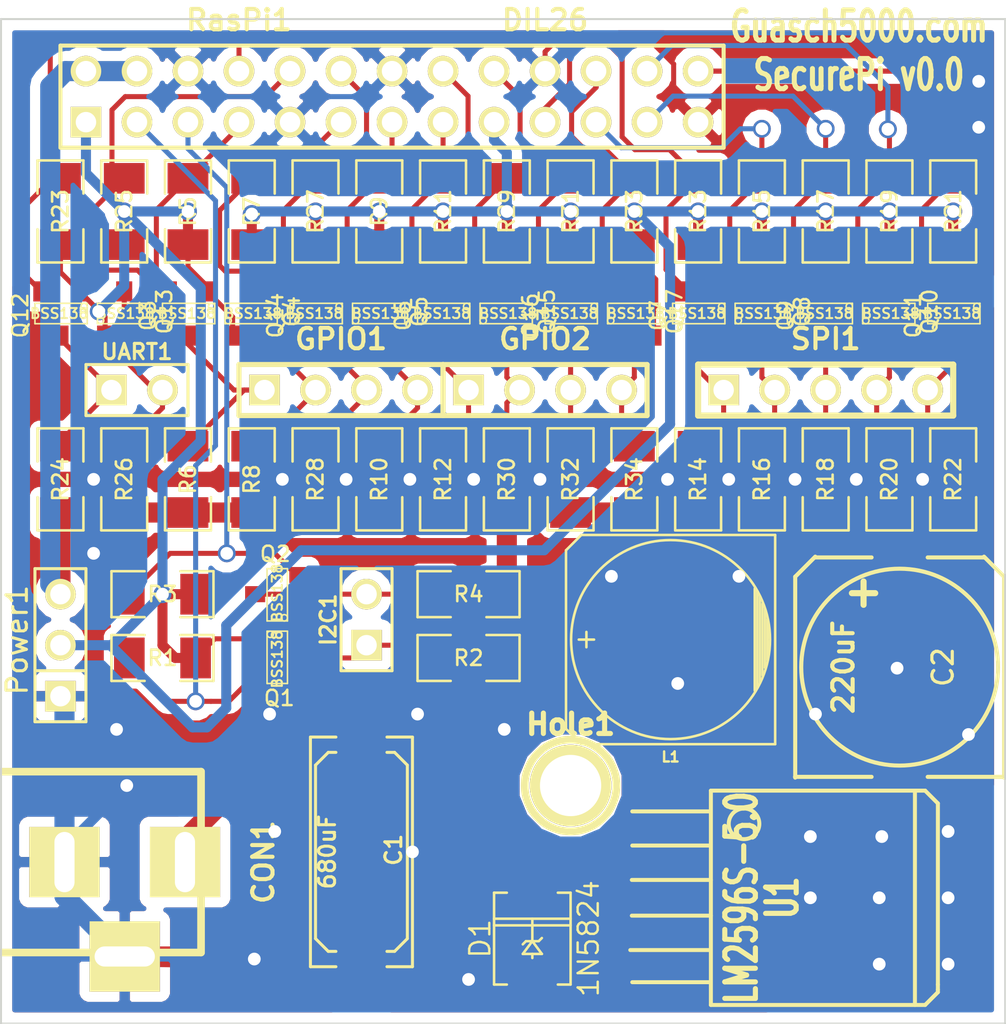
<source format=kicad_pcb>
(kicad_pcb (version 3) (host pcbnew "(2013-07-07 BZR 4022)-stable")
  (layers (15 F.Cu signal hide) (0 B.Cu signal hide) (18 B.Paste user) (19 F.Paste user) (20 B.SilkS user) (21 F.SilkS user) (22 B.Mask user) (23 F.Mask user) (28 Edge.Cuts user))
  (net 0 "")
  (net 1 3V3)
  (net 2 5V)
  (net 3 CE0)
  (net 4 CE1)
  (net 5 GND)
  (net 6 "GPIO 17")
  (net 7 "GPIO 18")
  (net 8 "GPIO 22")
  (net 9 "GPIO 23")
  (net 10 "GPIO 24")
  (net 11 "GPIO 25")
  (net 12 "GPIO 27")
  (net 13 "GPIO 4")
  (net 14 LS-CE0)
  (net 15 LS-CE1)
  (net 16 "LS-GPIO 17")
  (net 17 "LS-GPIO 18")
  (net 18 "LS-GPIO 22")
  (net 19 "LS-GPIO 23")
  (net 20 "LS-GPIO 24")
  (net 21 "LS-GPIO 25")
  (net 22 "LS-GPIO 27")
  (net 23 "LS-GPIO 4")
  (net 24 LS-MISO)
  (net 25 LS-MOSI)
  (net 26 LS-RX)
  (net 27 LS-SCL)
  (net 28 LS-SCLK)
  (net 29 LS-SDA)
  (net 30 LS-TX)
  (net 31 MISO)
  (net 32 MOSI)
  (net 33 RX)
  (net 34 SCL)
  (net 35 SCLK)
  (net 36 SDA)
  (net 37 TX)
  (net 38 Vin)
  (net 39 Vout)
  (module SM1206 (layer F.Cu) (at 85.09 46.99 90)
    (fp_text reference R12 (at 0 0 90) (layer F.SilkS) (effects (font (size 0.762 0.762) (thickness 0.127))))
    (fp_text value 10k hide)
    (pad 1 smd rect (at -1.651 0 90) (size 1.524 2.032) (layers F.Cu F.Paste F.Mask) (net 2 5V))
    (pad 2 smd rect (at 1.651 0 90) (size 1.524 2.032) (layers F.Cu F.Paste F.Mask) (net 18 "LS-GPIO 22"))
  )
  (module TO263-5 (layer F.Cu) (at 96.012 67.818 270)
    (fp_text reference U1 (at 0 -5.969 270) (layer F.SilkS) (effects (font (size 1.524 1.016) (thickness 0.254))))
    (fp_text value LM2596S-5.0 (at 0 -3.937 270) (layer F.SilkS) (effects (font (size 1.524 1.016) (thickness 0.254))))
    (pad 2 smd rect (at -1.69926 0 270) (size 1.143 2.286) (layers F.Cu F.Paste F.Mask) (net 39 Vout))
    (pad 3 smd rect (at 0 -10.795 270) (size 10.80008 9.99998) (layers F.Cu F.Paste F.Mask) (net 5 GND))
    (pad 4 smd rect (at 1.69926 0 270) (size 1.143 2.286) (layers F.Cu F.Paste F.Mask) (net 2 5V))
    (pad 3 smd rect (at 0 0 270) (size 1.143 2.286) (layers F.Cu F.Paste F.Mask) (net 5 GND))
    (pad 1 smd rect (at -3.40106 0 270) (size 1.143 2.286) (layers F.Cu F.Paste F.Mask) (net 38 Vin))
    (pad 5 smd rect (at 3.40106 0 270) (size 1.143 2.286) (layers F.Cu F.Paste F.Mask) (net 5 GND))
  )
  (module SOT23 (layer F.Cu) (at 75.565 38.735)
    (fp_text reference Q4 (at 1.99898 -0.09906 90) (layer F.SilkS) (effects (font (size 0.762 0.762) (thickness 0.11938))))
    (fp_text value BSS138 (at 0.0635 0) (layer F.SilkS) (effects (font (size 0.50038 0.50038) (thickness 0.09906))))
    (pad 3 smd rect (at 0 -1.09982) (size 0.8001 1.00076) (layers F.Cu F.Paste F.Mask) (net 16 "LS-GPIO 17"))
    (pad 2 smd rect (at 0.9525 1.09982) (size 0.8001 1.00076) (layers F.Cu F.Paste F.Mask) (net 6 "GPIO 17"))
    (pad 1 smd rect (at -0.9525 1.09982) (size 0.8001 1.00076) (layers F.Cu F.Paste F.Mask) (net 1 3V3))
  )
  (module SOT23 (layer F.Cu) (at 107.315 38.735)
    (fp_text reference Q10 (at 1.99898 -0.09906 90) (layer F.SilkS) (effects (font (size 0.762 0.762) (thickness 0.11938))))
    (fp_text value BSS138 (at 0.0635 0) (layer F.SilkS) (effects (font (size 0.50038 0.50038) (thickness 0.09906))))
    (pad 3 smd rect (at 0 -1.09982) (size 0.8001 1.00076) (layers F.Cu F.Paste F.Mask) (net 14 LS-CE0))
    (pad 2 smd rect (at 0.9525 1.09982) (size 0.8001 1.00076) (layers F.Cu F.Paste F.Mask) (net 3 CE0))
    (pad 1 smd rect (at -0.9525 1.09982) (size 0.8001 1.00076) (layers F.Cu F.Paste F.Mask) (net 1 3V3))
  )
  (module SOT23 (layer F.Cu) (at 104.14 38.735 180)
    (fp_text reference Q9 (at 1.99898 -0.09906 270) (layer F.SilkS) (effects (font (size 0.762 0.762) (thickness 0.11938))))
    (fp_text value BSS138 (at 0.0635 0 180) (layer F.SilkS) (effects (font (size 0.50038 0.50038) (thickness 0.09906))))
    (pad 3 smd rect (at 0 -1.09982 180) (size 0.8001 1.00076) (layers F.Cu F.Paste F.Mask) (net 28 LS-SCLK))
    (pad 2 smd rect (at 0.9525 1.09982 180) (size 0.8001 1.00076) (layers F.Cu F.Paste F.Mask) (net 35 SCLK))
    (pad 1 smd rect (at -0.9525 1.09982 180) (size 0.8001 1.00076) (layers F.Cu F.Paste F.Mask) (net 1 3V3))
  )
  (module SOT23 (layer F.Cu) (at 110.49 38.735 180)
    (fp_text reference Q11 (at 1.99898 -0.09906 270) (layer F.SilkS) (effects (font (size 0.762 0.762) (thickness 0.11938))))
    (fp_text value BSS138 (at 0.0635 0 180) (layer F.SilkS) (effects (font (size 0.50038 0.50038) (thickness 0.09906))))
    (pad 3 smd rect (at 0 -1.09982 180) (size 0.8001 1.00076) (layers F.Cu F.Paste F.Mask) (net 15 LS-CE1))
    (pad 2 smd rect (at 0.9525 1.09982 180) (size 0.8001 1.00076) (layers F.Cu F.Paste F.Mask) (net 4 CE1))
    (pad 1 smd rect (at -0.9525 1.09982 180) (size 0.8001 1.00076) (layers F.Cu F.Paste F.Mask) (net 1 3V3))
  )
  (module SOT23 (layer F.Cu) (at 100.965 38.735)
    (fp_text reference Q8 (at 1.99898 -0.09906 90) (layer F.SilkS) (effects (font (size 0.762 0.762) (thickness 0.11938))))
    (fp_text value BSS138 (at 0.0635 0) (layer F.SilkS) (effects (font (size 0.50038 0.50038) (thickness 0.09906))))
    (pad 3 smd rect (at 0 -1.09982) (size 0.8001 1.00076) (layers F.Cu F.Paste F.Mask) (net 24 LS-MISO))
    (pad 2 smd rect (at 0.9525 1.09982) (size 0.8001 1.00076) (layers F.Cu F.Paste F.Mask) (net 31 MISO))
    (pad 1 smd rect (at -0.9525 1.09982) (size 0.8001 1.00076) (layers F.Cu F.Paste F.Mask) (net 1 3V3))
  )
  (module SOT23 (layer F.Cu) (at 66.04 38.735 180)
    (fp_text reference Q12 (at 1.99898 -0.09906 270) (layer F.SilkS) (effects (font (size 0.762 0.762) (thickness 0.11938))))
    (fp_text value BSS138 (at 0.0635 0 180) (layer F.SilkS) (effects (font (size 0.50038 0.50038) (thickness 0.09906))))
    (pad 3 smd rect (at 0 -1.09982 180) (size 0.8001 1.00076) (layers F.Cu F.Paste F.Mask) (net 30 LS-TX))
    (pad 2 smd rect (at 0.9525 1.09982 180) (size 0.8001 1.00076) (layers F.Cu F.Paste F.Mask) (net 37 TX))
    (pad 1 smd rect (at -0.9525 1.09982 180) (size 0.8001 1.00076) (layers F.Cu F.Paste F.Mask) (net 1 3V3))
  )
  (module SOT23 (layer F.Cu) (at 97.79 38.735 180)
    (fp_text reference Q7 (at 1.99898 -0.09906 270) (layer F.SilkS) (effects (font (size 0.762 0.762) (thickness 0.11938))))
    (fp_text value BSS138 (at 0.0635 0 180) (layer F.SilkS) (effects (font (size 0.50038 0.50038) (thickness 0.09906))))
    (pad 3 smd rect (at 0 -1.09982 180) (size 0.8001 1.00076) (layers F.Cu F.Paste F.Mask) (net 25 LS-MOSI))
    (pad 2 smd rect (at 0.9525 1.09982 180) (size 0.8001 1.00076) (layers F.Cu F.Paste F.Mask) (net 32 MOSI))
    (pad 1 smd rect (at -0.9525 1.09982 180) (size 0.8001 1.00076) (layers F.Cu F.Paste F.Mask) (net 1 3V3))
  )
  (module SOT23 (layer F.Cu) (at 85.09 38.735 180)
    (fp_text reference Q6 (at 1.99898 -0.09906 270) (layer F.SilkS) (effects (font (size 0.762 0.762) (thickness 0.11938))))
    (fp_text value BSS138 (at 0.0635 0 180) (layer F.SilkS) (effects (font (size 0.50038 0.50038) (thickness 0.09906))))
    (pad 3 smd rect (at 0 -1.09982 180) (size 0.8001 1.00076) (layers F.Cu F.Paste F.Mask) (net 18 "LS-GPIO 22"))
    (pad 2 smd rect (at 0.9525 1.09982 180) (size 0.8001 1.00076) (layers F.Cu F.Paste F.Mask) (net 8 "GPIO 22"))
    (pad 1 smd rect (at -0.9525 1.09982 180) (size 0.8001 1.00076) (layers F.Cu F.Paste F.Mask) (net 1 3V3))
  )
  (module SOT23 (layer F.Cu) (at 69.215 38.735)
    (fp_text reference Q13 (at 1.99898 -0.09906 90) (layer F.SilkS) (effects (font (size 0.762 0.762) (thickness 0.11938))))
    (fp_text value BSS138 (at 0.0635 0) (layer F.SilkS) (effects (font (size 0.50038 0.50038) (thickness 0.09906))))
    (pad 3 smd rect (at 0 -1.09982) (size 0.8001 1.00076) (layers F.Cu F.Paste F.Mask) (net 26 LS-RX))
    (pad 2 smd rect (at 0.9525 1.09982) (size 0.8001 1.00076) (layers F.Cu F.Paste F.Mask) (net 33 RX))
    (pad 1 smd rect (at -0.9525 1.09982) (size 0.8001 1.00076) (layers F.Cu F.Paste F.Mask) (net 1 3V3))
  )
  (module SOT23 (layer F.Cu) (at 81.915 38.735)
    (fp_text reference Q5 (at 1.99898 -0.09906 90) (layer F.SilkS) (effects (font (size 0.762 0.762) (thickness 0.11938))))
    (fp_text value BSS138 (at 0.0635 0) (layer F.SilkS) (effects (font (size 0.50038 0.50038) (thickness 0.09906))))
    (pad 3 smd rect (at 0 -1.09982) (size 0.8001 1.00076) (layers F.Cu F.Paste F.Mask) (net 22 "LS-GPIO 27"))
    (pad 2 smd rect (at 0.9525 1.09982) (size 0.8001 1.00076) (layers F.Cu F.Paste F.Mask) (net 12 "GPIO 27"))
    (pad 1 smd rect (at -0.9525 1.09982) (size 0.8001 1.00076) (layers F.Cu F.Paste F.Mask) (net 1 3V3))
  )
  (module SOT23 (layer F.Cu) (at 78.74 38.735 180)
    (fp_text reference Q14 (at 1.99898 -0.09906 270) (layer F.SilkS) (effects (font (size 0.762 0.762) (thickness 0.11938))))
    (fp_text value BSS138 (at 0.0635 0 180) (layer F.SilkS) (effects (font (size 0.50038 0.50038) (thickness 0.09906))))
    (pad 3 smd rect (at 0 -1.09982 180) (size 0.8001 1.00076) (layers F.Cu F.Paste F.Mask) (net 17 "LS-GPIO 18"))
    (pad 2 smd rect (at 0.9525 1.09982 180) (size 0.8001 1.00076) (layers F.Cu F.Paste F.Mask) (net 7 "GPIO 18"))
    (pad 1 smd rect (at -0.9525 1.09982 180) (size 0.8001 1.00076) (layers F.Cu F.Paste F.Mask) (net 1 3V3))
  )
  (module SOT23 (layer F.Cu) (at 88.265 38.735)
    (fp_text reference Q15 (at 1.99898 -0.09906 90) (layer F.SilkS) (effects (font (size 0.762 0.762) (thickness 0.11938))))
    (fp_text value BSS138 (at 0.0635 0) (layer F.SilkS) (effects (font (size 0.50038 0.50038) (thickness 0.09906))))
    (pad 3 smd rect (at 0 -1.09982) (size 0.8001 1.00076) (layers F.Cu F.Paste F.Mask) (net 19 "LS-GPIO 23"))
    (pad 2 smd rect (at 0.9525 1.09982) (size 0.8001 1.00076) (layers F.Cu F.Paste F.Mask) (net 9 "GPIO 23"))
    (pad 1 smd rect (at -0.9525 1.09982) (size 0.8001 1.00076) (layers F.Cu F.Paste F.Mask) (net 1 3V3))
  )
  (module SOT23 (layer F.Cu) (at 94.615 38.735)
    (fp_text reference Q17 (at 1.99898 -0.09906 90) (layer F.SilkS) (effects (font (size 0.762 0.762) (thickness 0.11938))))
    (fp_text value BSS138 (at 0.0635 0) (layer F.SilkS) (effects (font (size 0.50038 0.50038) (thickness 0.09906))))
    (pad 3 smd rect (at 0 -1.09982) (size 0.8001 1.00076) (layers F.Cu F.Paste F.Mask) (net 21 "LS-GPIO 25"))
    (pad 2 smd rect (at 0.9525 1.09982) (size 0.8001 1.00076) (layers F.Cu F.Paste F.Mask) (net 11 "GPIO 25"))
    (pad 1 smd rect (at -0.9525 1.09982) (size 0.8001 1.00076) (layers F.Cu F.Paste F.Mask) (net 1 3V3))
  )
  (module SOT23 (layer F.Cu) (at 91.44 38.735 180)
    (fp_text reference Q16 (at 1.99898 -0.09906 270) (layer F.SilkS) (effects (font (size 0.762 0.762) (thickness 0.11938))))
    (fp_text value BSS138 (at 0.0635 0 180) (layer F.SilkS) (effects (font (size 0.50038 0.50038) (thickness 0.09906))))
    (pad 3 smd rect (at 0 -1.09982 180) (size 0.8001 1.00076) (layers F.Cu F.Paste F.Mask) (net 20 "LS-GPIO 24"))
    (pad 2 smd rect (at 0.9525 1.09982 180) (size 0.8001 1.00076) (layers F.Cu F.Paste F.Mask) (net 10 "GPIO 24"))
    (pad 1 smd rect (at -0.9525 1.09982 180) (size 0.8001 1.00076) (layers F.Cu F.Paste F.Mask) (net 1 3V3))
  )
  (module SOT23 (layer F.Cu) (at 76.835 52.705 90)
    (fp_text reference Q2 (at 1.99898 -0.09906 180) (layer F.SilkS) (effects (font (size 0.762 0.762) (thickness 0.11938))))
    (fp_text value BSS138 (at 0.0635 0 90) (layer F.SilkS) (effects (font (size 0.50038 0.50038) (thickness 0.09906))))
    (pad 3 smd rect (at 0 -1.09982 90) (size 0.8001 1.00076) (layers F.Cu F.Paste F.Mask) (net 27 LS-SCL))
    (pad 2 smd rect (at 0.9525 1.09982 90) (size 0.8001 1.00076) (layers F.Cu F.Paste F.Mask) (net 34 SCL))
    (pad 1 smd rect (at -0.9525 1.09982 90) (size 0.8001 1.00076) (layers F.Cu F.Paste F.Mask) (net 1 3V3))
  )
  (module SOT23 (layer F.Cu) (at 72.39 38.735 180)
    (fp_text reference Q3 (at 1.99898 -0.09906 270) (layer F.SilkS) (effects (font (size 0.762 0.762) (thickness 0.11938))))
    (fp_text value BSS138 (at 0.0635 0 180) (layer F.SilkS) (effects (font (size 0.50038 0.50038) (thickness 0.09906))))
    (pad 3 smd rect (at 0 -1.09982 180) (size 0.8001 1.00076) (layers F.Cu F.Paste F.Mask) (net 23 "LS-GPIO 4"))
    (pad 2 smd rect (at 0.9525 1.09982 180) (size 0.8001 1.00076) (layers F.Cu F.Paste F.Mask) (net 13 "GPIO 4"))
    (pad 1 smd rect (at -0.9525 1.09982 180) (size 0.8001 1.00076) (layers F.Cu F.Paste F.Mask) (net 1 3V3))
  )
  (module SOT23 (layer F.Cu) (at 76.835 55.88 270)
    (fp_text reference Q1 (at 1.99898 -0.09906 360) (layer F.SilkS) (effects (font (size 0.762 0.762) (thickness 0.11938))))
    (fp_text value BSS138 (at 0.0635 0 270) (layer F.SilkS) (effects (font (size 0.50038 0.50038) (thickness 0.09906))))
    (pad 3 smd rect (at 0 -1.09982 270) (size 0.8001 1.00076) (layers F.Cu F.Paste F.Mask) (net 29 LS-SDA))
    (pad 2 smd rect (at 0.9525 1.09982 270) (size 0.8001 1.00076) (layers F.Cu F.Paste F.Mask) (net 36 SDA))
    (pad 1 smd rect (at -0.9525 1.09982 270) (size 0.8001 1.00076) (layers F.Cu F.Paste F.Mask) (net 1 3V3))
  )
  (module SM1206 (layer F.Cu) (at 69.215 33.655 90)
    (fp_text reference R25 (at 0 0 90) (layer F.SilkS) (effects (font (size 0.762 0.762) (thickness 0.127))))
    (fp_text value 10k hide)
    (pad 1 smd rect (at -1.651 0 90) (size 1.524 2.032) (layers F.Cu F.Paste F.Mask) (net 1 3V3))
    (pad 2 smd rect (at 1.651 0 90) (size 1.524 2.032) (layers F.Cu F.Paste F.Mask) (net 33 RX))
  )
  (module SM1206 (layer F.Cu) (at 110.49 33.655 90)
    (fp_text reference R21 (at 0 0 90) (layer F.SilkS) (effects (font (size 0.762 0.762) (thickness 0.127))))
    (fp_text value 10k hide)
    (pad 1 smd rect (at -1.651 0 90) (size 1.524 2.032) (layers F.Cu F.Paste F.Mask) (net 1 3V3))
    (pad 2 smd rect (at 1.651 0 90) (size 1.524 2.032) (layers F.Cu F.Paste F.Mask) (net 4 CE1))
  )
  (module SM1206 (layer F.Cu) (at 94.615 46.99 90)
    (fp_text reference R34 (at 0 0 90) (layer F.SilkS) (effects (font (size 0.762 0.762) (thickness 0.127))))
    (fp_text value 10k hide)
    (pad 1 smd rect (at -1.651 0 90) (size 1.524 2.032) (layers F.Cu F.Paste F.Mask) (net 2 5V))
    (pad 2 smd rect (at 1.651 0 90) (size 1.524 2.032) (layers F.Cu F.Paste F.Mask) (net 21 "LS-GPIO 25"))
  )
  (module SM1206 (layer F.Cu) (at 110.49 46.99 90)
    (fp_text reference R22 (at 0 0 90) (layer F.SilkS) (effects (font (size 0.762 0.762) (thickness 0.127))))
    (fp_text value 10k hide)
    (pad 1 smd rect (at -1.651 0 90) (size 1.524 2.032) (layers F.Cu F.Paste F.Mask) (net 2 5V))
    (pad 2 smd rect (at 1.651 0 90) (size 1.524 2.032) (layers F.Cu F.Paste F.Mask) (net 15 LS-CE1))
  )
  (module SM1206 (layer F.Cu) (at 94.615 33.655 90)
    (fp_text reference R33 (at 0 0 90) (layer F.SilkS) (effects (font (size 0.762 0.762) (thickness 0.127))))
    (fp_text value 10k hide)
    (pad 1 smd rect (at -1.651 0 90) (size 1.524 2.032) (layers F.Cu F.Paste F.Mask) (net 1 3V3))
    (pad 2 smd rect (at 1.651 0 90) (size 1.524 2.032) (layers F.Cu F.Paste F.Mask) (net 11 "GPIO 25"))
  )
  (module SM1206 (layer F.Cu) (at 66.04 33.655 90)
    (fp_text reference R23 (at 0 0 90) (layer F.SilkS) (effects (font (size 0.762 0.762) (thickness 0.127))))
    (fp_text value 10k hide)
    (pad 1 smd rect (at -1.651 0 90) (size 1.524 2.032) (layers F.Cu F.Paste F.Mask) (net 1 3V3))
    (pad 2 smd rect (at 1.651 0 90) (size 1.524 2.032) (layers F.Cu F.Paste F.Mask) (net 37 TX))
  )
  (module SM1206 (layer F.Cu) (at 66.04 46.99 90)
    (fp_text reference R24 (at 0 0 90) (layer F.SilkS) (effects (font (size 0.762 0.762) (thickness 0.127))))
    (fp_text value 10k hide)
    (pad 1 smd rect (at -1.651 0 90) (size 1.524 2.032) (layers F.Cu F.Paste F.Mask) (net 2 5V))
    (pad 2 smd rect (at 1.651 0 90) (size 1.524 2.032) (layers F.Cu F.Paste F.Mask) (net 30 LS-TX))
  )
  (module SM1206 (layer F.Cu) (at 88.265 46.99 90)
    (fp_text reference R30 (at 0 0 90) (layer F.SilkS) (effects (font (size 0.762 0.762) (thickness 0.127))))
    (fp_text value 10k hide)
    (pad 1 smd rect (at -1.651 0 90) (size 1.524 2.032) (layers F.Cu F.Paste F.Mask) (net 2 5V))
    (pad 2 smd rect (at 1.651 0 90) (size 1.524 2.032) (layers F.Cu F.Paste F.Mask) (net 19 "LS-GPIO 23"))
  )
  (module SM1206 (layer F.Cu) (at 91.44 46.99 90)
    (fp_text reference R32 (at 0 0 90) (layer F.SilkS) (effects (font (size 0.762 0.762) (thickness 0.127))))
    (fp_text value 10k hide)
    (pad 1 smd rect (at -1.651 0 90) (size 1.524 2.032) (layers F.Cu F.Paste F.Mask) (net 2 5V))
    (pad 2 smd rect (at 1.651 0 90) (size 1.524 2.032) (layers F.Cu F.Paste F.Mask) (net 20 "LS-GPIO 24"))
  )
  (module SM1206 (layer F.Cu) (at 69.215 46.99 90)
    (fp_text reference R26 (at 0 0 90) (layer F.SilkS) (effects (font (size 0.762 0.762) (thickness 0.127))))
    (fp_text value 10k hide)
    (pad 1 smd rect (at -1.651 0 90) (size 1.524 2.032) (layers F.Cu F.Paste F.Mask) (net 2 5V))
    (pad 2 smd rect (at 1.651 0 90) (size 1.524 2.032) (layers F.Cu F.Paste F.Mask) (net 26 LS-RX))
  )
  (module SM1206 (layer F.Cu) (at 78.74 33.655 90)
    (fp_text reference R27 (at 0 0 90) (layer F.SilkS) (effects (font (size 0.762 0.762) (thickness 0.127))))
    (fp_text value 10k hide)
    (pad 1 smd rect (at -1.651 0 90) (size 1.524 2.032) (layers F.Cu F.Paste F.Mask) (net 1 3V3))
    (pad 2 smd rect (at 1.651 0 90) (size 1.524 2.032) (layers F.Cu F.Paste F.Mask) (net 7 "GPIO 18"))
  )
  (module SM1206 (layer F.Cu) (at 104.14 46.99 90)
    (fp_text reference R18 (at 0 0 90) (layer F.SilkS) (effects (font (size 0.762 0.762) (thickness 0.127))))
    (fp_text value 10k hide)
    (pad 1 smd rect (at -1.651 0 90) (size 1.524 2.032) (layers F.Cu F.Paste F.Mask) (net 2 5V))
    (pad 2 smd rect (at 1.651 0 90) (size 1.524 2.032) (layers F.Cu F.Paste F.Mask) (net 28 LS-SCLK))
  )
  (module SM1206 (layer F.Cu) (at 78.74 46.99 90)
    (fp_text reference R28 (at 0 0 90) (layer F.SilkS) (effects (font (size 0.762 0.762) (thickness 0.127))))
    (fp_text value 10k hide)
    (pad 1 smd rect (at -1.651 0 90) (size 1.524 2.032) (layers F.Cu F.Paste F.Mask) (net 2 5V))
    (pad 2 smd rect (at 1.651 0 90) (size 1.524 2.032) (layers F.Cu F.Paste F.Mask) (net 17 "LS-GPIO 18"))
  )
  (module SM1206 (layer F.Cu) (at 88.265 33.655 90)
    (fp_text reference R29 (at 0 0 90) (layer F.SilkS) (effects (font (size 0.762 0.762) (thickness 0.127))))
    (fp_text value 10k hide)
    (pad 1 smd rect (at -1.651 0 90) (size 1.524 2.032) (layers F.Cu F.Paste F.Mask) (net 1 3V3))
    (pad 2 smd rect (at 1.651 0 90) (size 1.524 2.032) (layers F.Cu F.Paste F.Mask) (net 9 "GPIO 23"))
  )
  (module SM1206 (layer F.Cu) (at 91.44 33.655 90)
    (fp_text reference R31 (at 0 0 90) (layer F.SilkS) (effects (font (size 0.762 0.762) (thickness 0.127))))
    (fp_text value 10k hide)
    (pad 1 smd rect (at -1.651 0 90) (size 1.524 2.032) (layers F.Cu F.Paste F.Mask) (net 1 3V3))
    (pad 2 smd rect (at 1.651 0 90) (size 1.524 2.032) (layers F.Cu F.Paste F.Mask) (net 10 "GPIO 24"))
  )
  (module SM1206 (layer F.Cu) (at 107.315 33.655 90)
    (fp_text reference R19 (at 0 0 90) (layer F.SilkS) (effects (font (size 0.762 0.762) (thickness 0.127))))
    (fp_text value 10k hide)
    (pad 1 smd rect (at -1.651 0 90) (size 1.524 2.032) (layers F.Cu F.Paste F.Mask) (net 1 3V3))
    (pad 2 smd rect (at 1.651 0 90) (size 1.524 2.032) (layers F.Cu F.Paste F.Mask) (net 3 CE0))
  )
  (module SM1206 (layer F.Cu) (at 71.12 52.705 180)
    (fp_text reference R3 (at 0 0 180) (layer F.SilkS) (effects (font (size 0.762 0.762) (thickness 0.127))))
    (fp_text value 10k hide)
    (pad 1 smd rect (at -1.651 0 180) (size 1.524 2.032) (layers F.Cu F.Paste F.Mask) (net 1 3V3))
    (pad 2 smd rect (at 1.651 0 180) (size 1.524 2.032) (layers F.Cu F.Paste F.Mask) (net 34 SCL))
  )
  (module SM1206 (layer F.Cu) (at 86.36 52.705 180)
    (fp_text reference R4 (at 0 0 180) (layer F.SilkS) (effects (font (size 0.762 0.762) (thickness 0.127))))
    (fp_text value 10k hide)
    (pad 1 smd rect (at -1.651 0 180) (size 1.524 2.032) (layers F.Cu F.Paste F.Mask) (net 2 5V))
    (pad 2 smd rect (at 1.651 0 180) (size 1.524 2.032) (layers F.Cu F.Paste F.Mask) (net 27 LS-SCL))
  )
  (module SM1206 (layer F.Cu) (at 71.12 55.88 180)
    (fp_text reference R1 (at 0 0 180) (layer F.SilkS) (effects (font (size 0.762 0.762) (thickness 0.127))))
    (fp_text value 10k hide)
    (pad 1 smd rect (at -1.651 0 180) (size 1.524 2.032) (layers F.Cu F.Paste F.Mask) (net 1 3V3))
    (pad 2 smd rect (at 1.651 0 180) (size 1.524 2.032) (layers F.Cu F.Paste F.Mask) (net 36 SDA))
  )
  (module SM1206 (layer F.Cu) (at 86.36 55.88 180)
    (fp_text reference R2 (at 0 0 180) (layer F.SilkS) (effects (font (size 0.762 0.762) (thickness 0.127))))
    (fp_text value 10k hide)
    (pad 1 smd rect (at -1.651 0 180) (size 1.524 2.032) (layers F.Cu F.Paste F.Mask) (net 2 5V))
    (pad 2 smd rect (at 1.651 0 180) (size 1.524 2.032) (layers F.Cu F.Paste F.Mask) (net 29 LS-SDA))
  )
  (module SM1206 (layer F.Cu) (at 72.39 33.655 90)
    (fp_text reference R5 (at 0 0 90) (layer F.SilkS) (effects (font (size 0.762 0.762) (thickness 0.127))))
    (fp_text value 10k hide)
    (pad 1 smd rect (at -1.651 0 90) (size 1.524 2.032) (layers F.Cu F.Paste F.Mask) (net 1 3V3))
    (pad 2 smd rect (at 1.651 0 90) (size 1.524 2.032) (layers F.Cu F.Paste F.Mask) (net 13 "GPIO 4"))
  )
  (module SM1206 (layer F.Cu) (at 72.39 46.99 90)
    (fp_text reference R6 (at 0 0 90) (layer F.SilkS) (effects (font (size 0.762 0.762) (thickness 0.127))))
    (fp_text value 10k hide)
    (pad 1 smd rect (at -1.651 0 90) (size 1.524 2.032) (layers F.Cu F.Paste F.Mask) (net 2 5V))
    (pad 2 smd rect (at 1.651 0 90) (size 1.524 2.032) (layers F.Cu F.Paste F.Mask) (net 23 "LS-GPIO 4"))
  )
  (module SM1206 (layer F.Cu) (at 75.565 33.655 90)
    (fp_text reference R7 (at 0 0 90) (layer F.SilkS) (effects (font (size 0.762 0.762) (thickness 0.127))))
    (fp_text value 10k hide)
    (pad 1 smd rect (at -1.651 0 90) (size 1.524 2.032) (layers F.Cu F.Paste F.Mask) (net 1 3V3))
    (pad 2 smd rect (at 1.651 0 90) (size 1.524 2.032) (layers F.Cu F.Paste F.Mask) (net 6 "GPIO 17"))
  )
  (module SM1206 (layer F.Cu) (at 75.565 46.99 90)
    (fp_text reference R8 (at 0 0 90) (layer F.SilkS) (effects (font (size 0.762 0.762) (thickness 0.127))))
    (fp_text value 10k hide)
    (pad 1 smd rect (at -1.651 0 90) (size 1.524 2.032) (layers F.Cu F.Paste F.Mask) (net 2 5V))
    (pad 2 smd rect (at 1.651 0 90) (size 1.524 2.032) (layers F.Cu F.Paste F.Mask) (net 16 "LS-GPIO 17"))
  )
  (module SM1206 (layer F.Cu) (at 81.915 33.655 90)
    (fp_text reference R9 (at 0 0 90) (layer F.SilkS) (effects (font (size 0.762 0.762) (thickness 0.127))))
    (fp_text value 10k hide)
    (pad 1 smd rect (at -1.651 0 90) (size 1.524 2.032) (layers F.Cu F.Paste F.Mask) (net 1 3V3))
    (pad 2 smd rect (at 1.651 0 90) (size 1.524 2.032) (layers F.Cu F.Paste F.Mask) (net 12 "GPIO 27"))
  )
  (module SM1206 (layer F.Cu) (at 85.09 33.655 90)
    (fp_text reference R11 (at 0 0 90) (layer F.SilkS) (effects (font (size 0.762 0.762) (thickness 0.127))))
    (fp_text value 10k hide)
    (pad 1 smd rect (at -1.651 0 90) (size 1.524 2.032) (layers F.Cu F.Paste F.Mask) (net 1 3V3))
    (pad 2 smd rect (at 1.651 0 90) (size 1.524 2.032) (layers F.Cu F.Paste F.Mask) (net 8 "GPIO 22"))
  )
  (module SM1206 (layer F.Cu) (at 97.79 33.655 90)
    (fp_text reference R13 (at 0 0 90) (layer F.SilkS) (effects (font (size 0.762 0.762) (thickness 0.127))))
    (fp_text value 10k hide)
    (pad 1 smd rect (at -1.651 0 90) (size 1.524 2.032) (layers F.Cu F.Paste F.Mask) (net 1 3V3))
    (pad 2 smd rect (at 1.651 0 90) (size 1.524 2.032) (layers F.Cu F.Paste F.Mask) (net 32 MOSI))
  )
  (module SM1206 (layer F.Cu) (at 97.79 46.99 90)
    (fp_text reference R14 (at 0 0 90) (layer F.SilkS) (effects (font (size 0.762 0.762) (thickness 0.127))))
    (fp_text value 10k hide)
    (pad 1 smd rect (at -1.651 0 90) (size 1.524 2.032) (layers F.Cu F.Paste F.Mask) (net 2 5V))
    (pad 2 smd rect (at 1.651 0 90) (size 1.524 2.032) (layers F.Cu F.Paste F.Mask) (net 25 LS-MOSI))
  )
  (module SM1206 (layer F.Cu) (at 100.965 46.99 90)
    (fp_text reference R16 (at 0 0 90) (layer F.SilkS) (effects (font (size 0.762 0.762) (thickness 0.127))))
    (fp_text value 10k hide)
    (pad 1 smd rect (at -1.651 0 90) (size 1.524 2.032) (layers F.Cu F.Paste F.Mask) (net 2 5V))
    (pad 2 smd rect (at 1.651 0 90) (size 1.524 2.032) (layers F.Cu F.Paste F.Mask) (net 24 LS-MISO))
  )
  (module SM1206 (layer F.Cu) (at 100.965 33.655 90)
    (fp_text reference R15 (at 0 0 90) (layer F.SilkS) (effects (font (size 0.762 0.762) (thickness 0.127))))
    (fp_text value 10k hide)
    (pad 1 smd rect (at -1.651 0 90) (size 1.524 2.032) (layers F.Cu F.Paste F.Mask) (net 1 3V3))
    (pad 2 smd rect (at 1.651 0 90) (size 1.524 2.032) (layers F.Cu F.Paste F.Mask) (net 31 MISO))
  )
  (module SM1206 (layer F.Cu) (at 104.14 33.655 90)
    (fp_text reference R17 (at 0 0 90) (layer F.SilkS) (effects (font (size 0.762 0.762) (thickness 0.127))))
    (fp_text value 10k hide)
    (pad 1 smd rect (at -1.651 0 90) (size 1.524 2.032) (layers F.Cu F.Paste F.Mask) (net 1 3V3))
    (pad 2 smd rect (at 1.651 0 90) (size 1.524 2.032) (layers F.Cu F.Paste F.Mask) (net 35 SCLK))
  )
  (module SM1206 (layer F.Cu) (at 81.915 46.99 90)
    (fp_text reference R10 (at 0 0 90) (layer F.SilkS) (effects (font (size 0.762 0.762) (thickness 0.127))))
    (fp_text value 10k hide)
    (pad 1 smd rect (at -1.651 0 90) (size 1.524 2.032) (layers F.Cu F.Paste F.Mask) (net 2 5V))
    (pad 2 smd rect (at 1.651 0 90) (size 1.524 2.032) (layers F.Cu F.Paste F.Mask) (net 22 "LS-GPIO 27"))
  )
  (module SM1206 (layer F.Cu) (at 107.315 46.99 90)
    (fp_text reference R20 (at 0 0 90) (layer F.SilkS) (effects (font (size 0.762 0.762) (thickness 0.127))))
    (fp_text value 10k hide)
    (pad 1 smd rect (at -1.651 0 90) (size 1.524 2.032) (layers F.Cu F.Paste F.Mask) (net 2 5V))
    (pad 2 smd rect (at 1.651 0 90) (size 1.524 2.032) (layers F.Cu F.Paste F.Mask) (net 14 LS-CE0))
  )
  (module PIN_ARRAY_5x1 (layer F.Cu) (at 104.14 42.545)
    (fp_text reference SPI1 (at 0 -2.54) (layer F.SilkS) (effects (font (size 1.016 1.016) (thickness 0.2032))))
    (fp_text value CONN_5 hide)
    (pad 1 thru_hole rect (at -5.08 0) (size 1.524 1.524) (drill 1.016) (layers *.Cu *.Mask F.SilkS) (net 25 LS-MOSI))
    (pad 2 thru_hole circle (at -2.54 0) (size 1.524 1.524) (drill 1.016) (layers *.Cu *.Mask F.SilkS) (net 24 LS-MISO))
    (pad 3 thru_hole circle (at 0 0) (size 1.524 1.524) (drill 1.016) (layers *.Cu *.Mask F.SilkS) (net 28 LS-SCLK))
    (pad 4 thru_hole circle (at 2.54 0) (size 1.524 1.524) (drill 1.016) (layers *.Cu *.Mask F.SilkS) (net 14 LS-CE0))
    (pad 5 thru_hole circle (at 5.08 0) (size 1.524 1.524) (drill 1.016) (layers *.Cu *.Mask F.SilkS) (net 15 LS-CE1))
  )
  (module PIN_ARRAY_2X1 (layer F.Cu) (at 69.85 42.545)
    (fp_text reference UART1 (at 0 -1.905) (layer F.SilkS) (effects (font (size 0.762 0.762) (thickness 0.1524))))
    (fp_text value CONN_2 hide)
    (pad 1 thru_hole rect (at -1.27 0) (size 1.524 1.524) (drill 1.016) (layers *.Cu *.Mask F.SilkS) (net 30 LS-TX))
    (pad 2 thru_hole circle (at 1.27 0) (size 1.524 1.524) (drill 1.016) (layers *.Cu *.Mask F.SilkS) (net 26 LS-RX))
  )
  (module pin_array_13x2 (layer F.Cu) (at 82.55 27.94)
    (fp_text reference RasPi1 (at -7.62 -3.81) (layer F.SilkS) (effects (font (size 1.016 1.016) (thickness 0.2032))))
    (fp_text value DIL26 (at 7.62 -3.81) (layer F.SilkS) (effects (font (size 1.016 1.016) (thickness 0.2032))))
    (pad 1 thru_hole rect (at -15.24 1.27) (size 1.524 1.524) (drill 1.016) (layers *.Cu *.Mask F.SilkS) (net 1 3V3))
    (pad 2 thru_hole circle (at -15.24 -1.27) (size 1.524 1.524) (drill 1.016) (layers *.Cu *.Mask F.SilkS) (net 2 5V))
    (pad 3 thru_hole circle (at -12.7 1.27) (size 1.524 1.524) (drill 1.016) (layers *.Cu *.Mask F.SilkS) (net 36 SDA))
    (pad 4 thru_hole circle (at -12.7 -1.27) (size 1.524 1.524) (drill 1.016) (layers *.Cu *.Mask F.SilkS) (net 2 5V))
    (pad 5 thru_hole circle (at -10.16 1.27) (size 1.524 1.524) (drill 1.016) (layers *.Cu *.Mask F.SilkS) (net 34 SCL))
    (pad 6 thru_hole circle (at -10.16 -1.27) (size 1.524 1.524) (drill 1.016) (layers *.Cu *.Mask F.SilkS) (net 5 GND))
    (pad 7 thru_hole circle (at -7.62 1.27) (size 1.524 1.524) (drill 1.016) (layers *.Cu *.Mask F.SilkS) (net 13 "GPIO 4"))
    (pad 8 thru_hole circle (at -7.62 -1.27) (size 1.524 1.524) (drill 1.016) (layers *.Cu *.Mask F.SilkS) (net 37 TX))
    (pad 9 thru_hole circle (at -5.08 1.27) (size 1.524 1.524) (drill 1.016) (layers *.Cu *.Mask F.SilkS) (net 5 GND))
    (pad 10 thru_hole circle (at -5.08 -1.27) (size 1.524 1.524) (drill 1.016) (layers *.Cu *.Mask F.SilkS) (net 33 RX))
    (pad 11 thru_hole circle (at -2.54 1.27) (size 1.524 1.524) (drill 1.016) (layers *.Cu *.Mask F.SilkS) (net 6 "GPIO 17"))
    (pad 12 thru_hole circle (at -2.54 -1.27) (size 1.524 1.524) (drill 1.016) (layers *.Cu *.Mask F.SilkS) (net 7 "GPIO 18"))
    (pad 13 thru_hole circle (at 0 1.27) (size 1.524 1.524) (drill 1.016) (layers *.Cu *.Mask F.SilkS) (net 12 "GPIO 27"))
    (pad 14 thru_hole circle (at 0 -1.27) (size 1.524 1.524) (drill 1.016) (layers *.Cu *.Mask F.SilkS) (net 5 GND))
    (pad 15 thru_hole circle (at 2.54 1.27) (size 1.524 1.524) (drill 1.016) (layers *.Cu *.Mask F.SilkS) (net 8 "GPIO 22"))
    (pad 16 thru_hole circle (at 2.54 -1.27) (size 1.524 1.524) (drill 1.016) (layers *.Cu *.Mask F.SilkS) (net 9 "GPIO 23"))
    (pad 17 thru_hole circle (at 5.08 1.27) (size 1.524 1.524) (drill 1.016) (layers *.Cu *.Mask F.SilkS) (net 1 3V3))
    (pad 18 thru_hole circle (at 5.08 -1.27) (size 1.524 1.524) (drill 1.016) (layers *.Cu *.Mask F.SilkS) (net 10 "GPIO 24"))
    (pad 19 thru_hole circle (at 7.62 1.27) (size 1.524 1.524) (drill 1.016) (layers *.Cu *.Mask F.SilkS) (net 32 MOSI))
    (pad 20 thru_hole circle (at 7.62 -1.27) (size 1.524 1.524) (drill 1.016) (layers *.Cu *.Mask F.SilkS) (net 5 GND))
    (pad 21 thru_hole circle (at 10.16 1.27) (size 1.524 1.524) (drill 1.016) (layers *.Cu *.Mask F.SilkS) (net 31 MISO))
    (pad 22 thru_hole circle (at 10.16 -1.27) (size 1.524 1.524) (drill 1.016) (layers *.Cu *.Mask F.SilkS) (net 11 "GPIO 25"))
    (pad 23 thru_hole circle (at 12.7 1.27) (size 1.524 1.524) (drill 1.016) (layers *.Cu *.Mask F.SilkS) (net 35 SCLK))
    (pad 24 thru_hole circle (at 12.7 -1.27) (size 1.524 1.524) (drill 1.016) (layers *.Cu *.Mask F.SilkS) (net 3 CE0))
    (pad 25 thru_hole circle (at 15.24 1.27) (size 1.524 1.524) (drill 1.016) (layers *.Cu *.Mask F.SilkS) (net 5 GND))
    (pad 26 thru_hole circle (at 15.24 -1.27) (size 1.524 1.524) (drill 1.016) (layers *.Cu *.Mask F.SilkS) (net 4 CE1))
  )
  (module "DO-214AA(SMB)" (layer F.Cu) (at 89.535 69.85 90)
    (fp_text reference D1 (at 0 -2.60096 90) (layer F.SilkS) (effects (font (size 1.00076 1.00076) (thickness 0.11938))))
    (fp_text value 1N5824 (at 0 2.79908 90) (layer F.SilkS) (effects (font (size 1.00076 1.00076) (thickness 0.11938))))
    (pad 1 smd rect (at -2.0066 0 90) (size 1.80086 2.19964) (layers F.Cu F.Paste F.Mask) (net 5 GND))
    (pad 2 smd rect (at 2.0066 0 90) (size 1.80086 2.19964) (layers F.Cu F.Paste F.Mask) (net 39 Vout))
  )
  (module c_elec_10x10 (layer F.Cu) (at 96.4184 54.9656 180)
    (fp_text reference L1 (at 0 -5.842 180) (layer F.SilkS) (effects (font (size 0.50038 0.50038) (thickness 0.11938))))
    (fp_text value 33uH hide)
    (pad 1 smd rect (at 4.0005 0 180) (size 4.0005 2.4003) (layers F.Cu F.Paste F.Mask) (net 39 Vout))
    (pad 2 smd rect (at -4.0005 0 180) (size 4.0005 2.4003) (layers F.Cu F.Paste F.Mask) (net 2 5V))
  )
  (module BARREL_JACK (layer F.Cu) (at 66.04 66.04)
    (fp_text reference CON1 (at 10.09904 0 90) (layer F.SilkS) (effects (font (size 1.016 1.016) (thickness 0.2032))))
    (fp_text value BARREL_JACK hide)
    (pad 1 thru_hole rect (at 6.20014 0) (size 3.50012 3.50012) (drill oval 1.00076 2.99974) (layers *.Cu *.Mask F.SilkS) (net 38 Vin))
    (pad 2 thru_hole rect (at 0.20066 0) (size 3.50012 3.50012) (drill oval 1.00076 2.99974) (layers *.Cu *.Mask F.SilkS) (net 5 GND))
    (pad 3 thru_hole rect (at 3.2004 4.699) (size 3.50012 3.50012) (drill oval 2.99974 1.00076) (layers *.Cu *.Mask F.SilkS) (net 5 GND))
  )
  (module PIN_ARRAY_3X1 (layer F.Cu) (at 66.04 55.245 90)
    (fp_text reference Power1 (at 0.254 -2.159 90) (layer F.SilkS) (effects (font (size 1.016 1.016) (thickness 0.1524))))
    (fp_text value CONN_3 hide)
    (pad 1 thru_hole rect (at -2.54 0 90) (size 1.524 1.524) (drill 1.016) (layers *.Cu *.Mask F.SilkS) (net 5 GND))
    (pad 2 thru_hole circle (at 0 0 90) (size 1.524 1.524) (drill 1.016) (layers *.Cu *.Mask F.SilkS) (net 1 3V3))
    (pad 3 thru_hole circle (at 2.54 0 90) (size 1.524 1.524) (drill 1.016) (layers *.Cu *.Mask F.SilkS) (net 2 5V))
  )
  (module 1pin (layer F.Cu) (at 91.44 62.23)
    (fp_text reference Hole1 (at 0 -3.048) (layer F.SilkS) (effects (font (size 1.016 1.016) (thickness 0.254))))
    (fp_text value CONN_1 hide)
    (pad 1 thru_hole circle (at 0 0) (size 4.064 4.064) (drill 3.048) (layers *.Cu *.Mask F.SilkS))
  )
  (module Q_49U3HMS (layer F.Cu) (at 81.026 65.532 270)
    (fp_text reference C1 (at -0.1 -1.6 270) (layer F.SilkS) (effects (font (size 0.8 0.8))))
    (fp_text value 680uF (at 0 1.7 270) (layer F.SilkS) (effects (font (size 0.8 0.8))))
    (pad 1 smd rect (at -4.699 0 270) (size 5.4991 1.99898) (layers F.Cu F.Paste F.Mask) (net 38 Vin))
    (pad 2 smd rect (at 4.699 0 270) (size 5.4991 1.99898) (layers F.Cu F.Paste F.Mask) (net 5 GND))
  )
  (module SMDSVP10 (layer F.Cu) (at 107.823 56.3372 270)
    (fp_text reference C2 (at 0 -2.159 270) (layer F.SilkS) (effects (font (size 1.016 1.00076) (thickness 0.15748))))
    (fp_text value 220uF (at 0 2.79908 270) (layer F.SilkS) (effects (font (size 1.016 1.00076) (thickness 0.2032))))
    (fp_text user + (at -3.683 1.905 270) (layer F.SilkS) (effects (font (size 1.524 1.524) (thickness 0.3048))))
    (pad 1 smd rect (at -4.39928 0 270) (size 4.39928 1.89992) (layers F.Cu F.Paste F.Mask) (net 2 5V))
    (pad 2 smd rect (at 4.30022 0 270) (size 4.39928 1.89992) (layers F.Cu F.Paste F.Mask) (net 5 GND))
  )
  (module PIN_ARRAY_4x1 (layer F.Cu) (at 90.17 42.545)
    (fp_text reference GPIO2 (at 0 -2.54) (layer F.SilkS) (effects (font (size 1.016 1.016) (thickness 0.2032))))
    (fp_text value CONN_4 hide)
    (pad 1 thru_hole rect (at -3.81 0) (size 1.524 1.524) (drill 1.016) (layers *.Cu *.Mask F.SilkS) (net 18 "LS-GPIO 22"))
    (pad 2 thru_hole circle (at -1.27 0) (size 1.524 1.524) (drill 1.016) (layers *.Cu *.Mask F.SilkS) (net 19 "LS-GPIO 23"))
    (pad 3 thru_hole circle (at 1.27 0) (size 1.524 1.524) (drill 1.016) (layers *.Cu *.Mask F.SilkS) (net 20 "LS-GPIO 24"))
    (pad 4 thru_hole circle (at 3.81 0) (size 1.524 1.524) (drill 1.016) (layers *.Cu *.Mask F.SilkS) (net 21 "LS-GPIO 25"))
  )
  (module PIN_ARRAY_4x1 (layer F.Cu) (at 80.01 42.545)
    (fp_text reference GPIO1 (at 0 -2.54) (layer F.SilkS) (effects (font (size 1.016 1.016) (thickness 0.2032))))
    (fp_text value CONN_4 hide)
    (pad 1 thru_hole rect (at -3.81 0) (size 1.524 1.524) (drill 1.016) (layers *.Cu *.Mask F.SilkS) (net 23 "LS-GPIO 4"))
    (pad 2 thru_hole circle (at -1.27 0) (size 1.524 1.524) (drill 1.016) (layers *.Cu *.Mask F.SilkS) (net 16 "LS-GPIO 17"))
    (pad 3 thru_hole circle (at 1.27 0) (size 1.524 1.524) (drill 1.016) (layers *.Cu *.Mask F.SilkS) (net 17 "LS-GPIO 18"))
    (pad 4 thru_hole circle (at 3.81 0) (size 1.524 1.524) (drill 1.016) (layers *.Cu *.Mask F.SilkS) (net 22 "LS-GPIO 27"))
  )
  (module PIN_ARRAY_2X1 (layer F.Cu) (at 81.28 53.975 90)
    (fp_text reference I2C1 (at 0 -1.905 90) (layer F.SilkS) (effects (font (size 0.762 0.762) (thickness 0.1524))))
    (fp_text value CONN_2 hide)
    (pad 1 thru_hole rect (at -1.27 0 90) (size 1.524 1.524) (drill 1.016) (layers *.Cu *.Mask F.SilkS) (net 29 LS-SDA))
    (pad 2 thru_hole circle (at 1.27 0 90) (size 1.524 1.524) (drill 1.016) (layers *.Cu *.Mask F.SilkS) (net 27 LS-SCL))
  )
  (gr_text "Guasch5000.com\nSecurePi v0.0" (at 105.791 25.654) (layer F.SilkS) (effects (font (size 1.5 1) (thickness 0.25))))
  (gr_line (start 63.08 74.08) (end 63.08 24.08) (angle 90) (layer Edge.Cuts) (width 0.1))
  (gr_line (start 113.08 74.08) (end 63.08 74.08) (angle 90) (layer Edge.Cuts) (width 0.1))
  (gr_line (start 113.08 24.08) (end 113.08 74.08) (angle 90) (layer Edge.Cuts) (width 0.1))
  (gr_line (start 63.08 24.08) (end 113.08 24.08) (angle 90) (layer Edge.Cuts) (width 0.1))
  (segment (start 94.615 33.655) (end 96.393 35.433) (width 0.5) (layer B.Cu) (net 1))
  (segment (start 72.6186 59.3344) (end 68.5292 55.245) (width 0.5) (layer B.Cu) (net 1))
  (segment (start 73.3298 59.3344) (end 72.6186 59.3344) (width 0.5) (layer B.Cu) (net 1))
  (segment (start 74.295 58.3692) (end 73.3298 59.3344) (width 0.5) (layer B.Cu) (net 1))
  (segment (start 74.295 54.2544) (end 74.295 58.3692) (width 0.5) (layer B.Cu) (net 1))
  (segment (start 78.0288 50.5206) (end 74.295 54.2544) (width 0.5) (layer B.Cu) (net 1))
  (segment (start 90.1192 50.5206) (end 78.0288 50.5206) (width 0.5) (layer B.Cu) (net 1))
  (segment (start 96.393 44.2468) (end 90.1192 50.5206) (width 0.5) (layer B.Cu) (net 1))
  (segment (start 96.393 35.433) (end 96.393 44.2468) (width 0.5) (layer B.Cu) (net 1))
  (segment (start 98.7425 37.63518) (end 98.7425 37.6301) (width 0.25) (layer F.Cu) (net 1))
  (segment (start 97.79 36.6776) (end 97.79 35.306) (width 0.25) (layer F.Cu) (net 1))
  (segment (start 98.7425 37.6301) (end 97.79 36.6776) (width 0.25) (layer F.Cu) (net 1))
  (segment (start 100.0125 39.83482) (end 100.0125 38.90518) (width 0.25) (layer F.Cu) (net 1))
  (segment (start 100.0125 38.90518) (end 98.7425 37.63518) (width 0.25) (layer F.Cu) (net 1))
  (segment (start 105.0925 37.63518) (end 105.0925 37.6301) (width 0.25) (layer F.Cu) (net 1))
  (segment (start 104.14 36.6776) (end 104.14 35.306) (width 0.25) (layer F.Cu) (net 1))
  (segment (start 105.0925 37.6301) (end 104.14 36.6776) (width 0.25) (layer F.Cu) (net 1))
  (segment (start 106.3625 39.83482) (end 106.3625 38.90518) (width 0.25) (layer F.Cu) (net 1))
  (segment (start 106.3625 38.90518) (end 105.0925 37.63518) (width 0.25) (layer F.Cu) (net 1))
  (segment (start 73.3425 37.63518) (end 73.3425 37.3761) (width 0.25) (layer F.Cu) (net 1))
  (segment (start 72.39 36.4236) (end 72.39 35.306) (width 0.25) (layer F.Cu) (net 1))
  (segment (start 73.3425 37.3761) (end 72.39 36.4236) (width 0.25) (layer F.Cu) (net 1))
  (segment (start 69.215 33.655) (end 69.215 37.3634) (width 0.5) (layer B.Cu) (net 1))
  (segment (start 67.94246 38.63086) (end 67.94246 38.58514) (width 0.5) (layer F.Cu) (net 1))
  (segment (start 67.945 38.6334) (end 67.94246 38.63086) (width 0.5) (layer F.Cu) (net 1))
  (via (at 67.945 38.6334) (size 0.889) (layers F.Cu B.Cu) (net 1))
  (segment (start 69.215 37.3634) (end 67.945 38.6334) (width 0.5) (layer B.Cu) (net 1))
  (segment (start 68.2625 39.83482) (end 68.2625 38.90518) (width 0.25) (layer F.Cu) (net 1))
  (segment (start 68.2625 38.90518) (end 67.94246 38.58514) (width 0.25) (layer F.Cu) (net 1))
  (segment (start 67.94246 38.58514) (end 66.9925 37.63518) (width 0.25) (layer F.Cu) (net 1))
  (segment (start 66.04 35.306) (end 66.04 36.68268) (width 0.25) (layer F.Cu) (net 1))
  (segment (start 66.04 36.68268) (end 66.9925 37.63518) (width 0.25) (layer F.Cu) (net 1))
  (segment (start 86.0425 37.63518) (end 86.0425 37.6301) (width 0.25) (layer F.Cu) (net 1))
  (segment (start 85.09 36.6776) (end 85.09 35.306) (width 0.25) (layer F.Cu) (net 1))
  (segment (start 86.0425 37.6301) (end 85.09 36.6776) (width 0.25) (layer F.Cu) (net 1))
  (segment (start 87.3125 39.83482) (end 87.3125 38.90518) (width 0.25) (layer F.Cu) (net 1))
  (segment (start 87.3125 38.90518) (end 86.0425 37.63518) (width 0.25) (layer F.Cu) (net 1))
  (segment (start 92.3925 37.63518) (end 92.39758 37.63518) (width 0.25) (layer F.Cu) (net 1))
  (segment (start 93.6625 38.9001) (end 93.6625 39.83482) (width 0.25) (layer F.Cu) (net 1))
  (segment (start 92.39758 37.63518) (end 93.6625 38.9001) (width 0.25) (layer F.Cu) (net 1))
  (segment (start 91.44 35.306) (end 91.44 36.68268) (width 0.25) (layer F.Cu) (net 1))
  (segment (start 91.44 36.68268) (end 92.3925 37.63518) (width 0.25) (layer F.Cu) (net 1))
  (segment (start 79.6925 37.63518) (end 79.74838 37.63518) (width 0.25) (layer F.Cu) (net 1))
  (segment (start 80.9625 38.8493) (end 80.9625 39.83482) (width 0.25) (layer F.Cu) (net 1))
  (segment (start 79.74838 37.63518) (end 80.9625 38.8493) (width 0.25) (layer F.Cu) (net 1))
  (segment (start 78.74 35.306) (end 78.74 36.68268) (width 0.25) (layer F.Cu) (net 1))
  (segment (start 78.74 36.68268) (end 79.6925 37.63518) (width 0.25) (layer F.Cu) (net 1))
  (segment (start 74.6125 39.83482) (end 74.6125 38.90518) (width 0.25) (layer F.Cu) (net 1))
  (segment (start 74.6125 38.90518) (end 73.3425 37.63518) (width 0.25) (layer F.Cu) (net 1))
  (segment (start 87.63 29.21) (end 87.63 30.099) (width 0.5) (layer B.Cu) (net 1))
  (segment (start 88.265 30.734) (end 88.265 33.655) (width 0.5) (layer B.Cu) (net 1))
  (segment (start 87.63 30.099) (end 88.265 30.734) (width 0.5) (layer B.Cu) (net 1))
  (segment (start 78.74 33.655) (end 75.565 33.655) (width 0.5) (layer B.Cu) (net 1))
  (segment (start 75.565 33.782) (end 75.565 35.306) (width 0.5) (layer F.Cu) (net 1))
  (via (at 75.565 33.782) (size 0.889) (layers F.Cu B.Cu) (net 1))
  (segment (start 75.565 33.655) (end 75.565 33.782) (width 0.5) (layer B.Cu) (net 1))
  (segment (start 81.915 33.655) (end 78.74 33.655) (width 0.5) (layer B.Cu) (net 1))
  (segment (start 78.74 33.655) (end 78.74 35.306) (width 0.5) (layer F.Cu) (net 1))
  (via (at 78.74 33.655) (size 0.889) (layers F.Cu B.Cu) (net 1))
  (segment (start 85.09 33.655) (end 81.915 33.655) (width 0.5) (layer B.Cu) (net 1))
  (segment (start 81.915 33.655) (end 81.915 35.306) (width 0.5) (layer F.Cu) (net 1))
  (via (at 81.915 33.655) (size 0.889) (layers F.Cu B.Cu) (net 1))
  (segment (start 69.215 33.655) (end 72.39 33.655) (width 0.5) (layer B.Cu) (net 1))
  (segment (start 72.39 33.655) (end 72.39 35.306) (width 0.5) (layer F.Cu) (net 1))
  (via (at 72.39 33.655) (size 0.889) (layers F.Cu B.Cu) (net 1))
  (segment (start 67.31 29.21) (end 67.31 31.75) (width 0.5) (layer B.Cu) (net 1))
  (segment (start 67.31 31.75) (end 69.215 33.655) (width 0.5) (layer B.Cu) (net 1))
  (segment (start 71.12 52.705) (end 71.12 46.99) (width 0.5) (layer B.Cu) (net 1))
  (segment (start 73.025 37.465) (end 69.215 33.655) (width 0.5) (layer B.Cu) (net 1))
  (segment (start 73.025 45.085) (end 73.025 37.465) (width 0.5) (layer B.Cu) (net 1))
  (segment (start 71.12 46.99) (end 73.025 45.085) (width 0.5) (layer B.Cu) (net 1))
  (segment (start 72.771 55.88) (end 71.755 55.88) (width 0.5) (layer F.Cu) (net 1))
  (segment (start 71.12 55.245) (end 71.12 52.705) (width 0.5) (layer F.Cu) (net 1))
  (segment (start 71.755 55.88) (end 71.12 55.245) (width 0.5) (layer F.Cu) (net 1))
  (segment (start 72.771 52.705) (end 71.12 52.705) (width 0.5) (layer F.Cu) (net 1))
  (via (at 71.12 52.705) (size 0.889) (layers F.Cu B.Cu) (net 1))
  (segment (start 68.58 55.245) (end 68.5292 55.245) (width 0.5) (layer B.Cu) (net 1))
  (segment (start 71.12 52.705) (end 68.58 55.245) (width 0.5) (layer B.Cu) (net 1))
  (segment (start 68.5292 55.245) (end 66.04 55.245) (width 0.5) (layer B.Cu) (net 1))
  (segment (start 69.215 33.655) (end 69.215 35.306) (width 0.5) (layer F.Cu) (net 1))
  (via (at 69.215 33.655) (size 0.889) (layers F.Cu B.Cu) (net 1))
  (segment (start 88.265 33.655) (end 85.09 33.655) (width 0.5) (layer B.Cu) (net 1))
  (segment (start 85.09 33.655) (end 85.09 35.306) (width 0.5) (layer F.Cu) (net 1))
  (via (at 85.09 33.655) (size 0.889) (layers F.Cu B.Cu) (net 1))
  (segment (start 91.44 33.655) (end 88.265 33.655) (width 0.5) (layer B.Cu) (net 1))
  (segment (start 88.265 33.655) (end 88.265 35.306) (width 0.5) (layer F.Cu) (net 1))
  (via (at 88.265 33.655) (size 0.889) (layers F.Cu B.Cu) (net 1))
  (segment (start 94.615 33.655) (end 91.44 33.655) (width 0.5) (layer B.Cu) (net 1))
  (segment (start 91.44 33.655) (end 91.44 35.306) (width 0.5) (layer F.Cu) (net 1))
  (via (at 91.44 33.655) (size 0.889) (layers F.Cu B.Cu) (net 1))
  (segment (start 97.79 33.655) (end 94.615 33.655) (width 0.5) (layer B.Cu) (net 1))
  (segment (start 94.615 33.655) (end 94.615 35.306) (width 0.5) (layer F.Cu) (net 1))
  (via (at 94.615 33.655) (size 0.889) (layers F.Cu B.Cu) (net 1))
  (segment (start 100.965 33.655) (end 97.79 33.655) (width 0.5) (layer B.Cu) (net 1))
  (segment (start 97.79 33.655) (end 97.79 35.306) (width 0.5) (layer F.Cu) (net 1))
  (via (at 97.79 33.655) (size 0.889) (layers F.Cu B.Cu) (net 1))
  (segment (start 104.14 33.655) (end 100.965 33.655) (width 0.5) (layer B.Cu) (net 1))
  (segment (start 100.965 33.655) (end 100.965 35.306) (width 0.5) (layer F.Cu) (net 1))
  (via (at 100.965 33.655) (size 0.889) (layers F.Cu B.Cu) (net 1))
  (segment (start 107.315 33.655) (end 104.14 33.655) (width 0.5) (layer B.Cu) (net 1))
  (segment (start 104.14 33.655) (end 104.14 35.306) (width 0.5) (layer F.Cu) (net 1))
  (via (at 104.14 33.655) (size 0.889) (layers F.Cu B.Cu) (net 1))
  (segment (start 110.49 35.306) (end 110.49 33.655) (width 0.5) (layer F.Cu) (net 1))
  (segment (start 107.315 33.655) (end 107.315 35.306) (width 0.5) (layer F.Cu) (net 1))
  (via (at 107.315 33.655) (size 0.889) (layers F.Cu B.Cu) (net 1))
  (segment (start 110.49 33.655) (end 107.315 33.655) (width 0.5) (layer B.Cu) (net 1))
  (via (at 110.49 33.655) (size 0.889) (layers F.Cu B.Cu) (net 1))
  (segment (start 110.49 35.306) (end 110.49 36.68268) (width 0.25) (layer F.Cu) (net 1))
  (segment (start 110.49 36.68268) (end 111.4425 37.63518) (width 0.25) (layer F.Cu) (net 1))
  (segment (start 75.73518 54.9275) (end 73.7235 54.9275) (width 0.25) (layer F.Cu) (net 1))
  (segment (start 73.7235 54.9275) (end 72.771 55.88) (width 0.25) (layer F.Cu) (net 1))
  (segment (start 77.93482 53.6575) (end 77.0255 53.6575) (width 0.25) (layer F.Cu) (net 1))
  (segment (start 75.7555 54.9275) (end 75.73518 54.9275) (width 0.25) (layer F.Cu) (net 1))
  (segment (start 77.0255 53.6575) (end 75.7555 54.9275) (width 0.25) (layer F.Cu) (net 1))
  (segment (start 107.823 51.93792) (end 103.44658 51.93792) (width 1) (layer F.Cu) (net 2))
  (segment (start 103.44658 51.93792) (end 100.4189 54.9656) (width 1) (layer F.Cu) (net 2))
  (segment (start 96.012 69.51726) (end 98.42246 69.51726) (width 1) (layer F.Cu) (net 2))
  (segment (start 100.2792 55.1053) (end 100.4189 54.9656) (width 1) (layer F.Cu) (net 2))
  (segment (start 100.2792 67.66052) (end 100.2792 55.1053) (width 1) (layer F.Cu) (net 2))
  (segment (start 98.42246 69.51726) (end 100.2792 67.66052) (width 1) (layer F.Cu) (net 2))
  (segment (start 69.215 48.641) (end 66.04 48.641) (width 1) (layer F.Cu) (net 2))
  (segment (start 72.39 48.641) (end 69.215 48.641) (width 1) (layer F.Cu) (net 2))
  (segment (start 75.565 48.641) (end 72.39 48.641) (width 1) (layer F.Cu) (net 2))
  (segment (start 78.74 48.641) (end 75.565 48.641) (width 1) (layer F.Cu) (net 2))
  (segment (start 81.915 48.641) (end 78.74 48.641) (width 1) (layer F.Cu) (net 2))
  (segment (start 85.09 48.641) (end 81.915 48.641) (width 1) (layer F.Cu) (net 2))
  (segment (start 88.265 48.641) (end 85.09 48.641) (width 1) (layer F.Cu) (net 2))
  (segment (start 88.011 52.705) (end 88.011 55.88) (width 1) (layer F.Cu) (net 2))
  (segment (start 88.265 48.641) (end 88.265 52.451) (width 1) (layer F.Cu) (net 2))
  (segment (start 88.265 52.451) (end 88.011 52.705) (width 1) (layer F.Cu) (net 2))
  (segment (start 91.44 48.641) (end 88.265 48.641) (width 1) (layer F.Cu) (net 2))
  (segment (start 94.615 48.641) (end 91.44 48.641) (width 1) (layer F.Cu) (net 2))
  (segment (start 97.79 48.641) (end 94.615 48.641) (width 1) (layer F.Cu) (net 2))
  (segment (start 100.965 48.641) (end 97.79 48.641) (width 1) (layer F.Cu) (net 2))
  (segment (start 104.14 48.641) (end 100.965 48.641) (width 1) (layer F.Cu) (net 2))
  (segment (start 107.315 48.641) (end 104.14 48.641) (width 1) (layer F.Cu) (net 2))
  (segment (start 110.49 48.641) (end 107.315 48.641) (width 1) (layer F.Cu) (net 2))
  (segment (start 107.76419 53.529748) (end 109.0422 52.705) (width 1) (layer F.Cu) (net 2))
  (segment (start 110.49 51.2572) (end 110.49 48.641) (width 1) (layer F.Cu) (net 2))
  (segment (start 109.0422 52.705) (end 110.49 51.2572) (width 1) (layer F.Cu) (net 2))
  (segment (start 67.31 26.67) (end 66.294 26.67) (width 1) (layer B.Cu) (net 2))
  (segment (start 65.532 52.197) (end 66.04 52.705) (width 1) (layer B.Cu) (net 2))
  (segment (start 65.532 27.432) (end 65.532 52.197) (width 1) (layer B.Cu) (net 2))
  (segment (start 66.294 26.67) (end 65.532 27.432) (width 1) (layer B.Cu) (net 2))
  (segment (start 67.31 26.67) (end 69.85 26.67) (width 1) (layer B.Cu) (net 2))
  (segment (start 67.31 26.67) (end 67.31 26.67) (width 1) (layer B.Cu) (net 2))
  (segment (start 66.04 48.641) (end 66.04 52.705) (width 1) (layer F.Cu) (net 2))
  (segment (start 95.25 26.67) (end 95.25 26.6192) (width 0.25) (layer B.Cu) (net 3))
  (segment (start 107.315 29.6418) (end 107.315 32.004) (width 0.25) (layer F.Cu) (net 3))
  (segment (start 107.2388 29.5656) (end 107.315 29.6418) (width 0.25) (layer F.Cu) (net 3))
  (via (at 107.2388 29.5656) (size 0.889) (layers F.Cu B.Cu) (net 3))
  (segment (start 107.2388 27.4574) (end 107.2388 29.5656) (width 0.25) (layer B.Cu) (net 3))
  (segment (start 105.1814 25.4) (end 107.2388 27.4574) (width 0.25) (layer B.Cu) (net 3))
  (segment (start 96.4692 25.4) (end 105.1814 25.4) (width 0.25) (layer B.Cu) (net 3))
  (segment (start 95.25 26.6192) (end 96.4692 25.4) (width 0.25) (layer B.Cu) (net 3))
  (segment (start 108.2675 39.83482) (end 108.2675 38.7477) (width 0.25) (layer F.Cu) (net 3))
  (segment (start 105.7402 33.5788) (end 107.315 32.004) (width 0.25) (layer F.Cu) (net 3))
  (segment (start 105.7402 36.322) (end 105.7402 33.5788) (width 0.25) (layer F.Cu) (net 3))
  (segment (start 105.9942 36.576) (end 105.7402 36.322) (width 0.25) (layer F.Cu) (net 3))
  (segment (start 107.95 36.576) (end 105.9942 36.576) (width 0.25) (layer F.Cu) (net 3))
  (segment (start 108.458 37.084) (end 107.95 36.576) (width 0.25) (layer F.Cu) (net 3))
  (segment (start 108.458 38.5572) (end 108.458 37.084) (width 0.25) (layer F.Cu) (net 3))
  (segment (start 108.2675 38.7477) (end 108.458 38.5572) (width 0.25) (layer F.Cu) (net 3))
  (segment (start 97.79 26.67) (end 109.3978 26.67) (width 0.254) (layer F.Cu) (net 4))
  (segment (start 110.49 27.7622) (end 110.49 32.004) (width 0.254) (layer F.Cu) (net 4))
  (segment (start 109.3978 26.67) (end 110.49 27.7622) (width 0.254) (layer F.Cu) (net 4))
  (segment (start 109.5375 37.63518) (end 109.5375 37.1729) (width 0.25) (layer F.Cu) (net 4))
  (segment (start 108.9152 33.5788) (end 110.49 32.004) (width 0.25) (layer F.Cu) (net 4))
  (segment (start 108.9152 36.5506) (end 108.9152 33.5788) (width 0.25) (layer F.Cu) (net 4))
  (segment (start 109.5375 37.1729) (end 108.9152 36.5506) (width 0.25) (layer F.Cu) (net 4))
  (segment (start 111.76 27.178) (end 109.474 25.654) (width 0.25) (layer B.Cu) (net 5))
  (segment (start 92.075 24.765) (end 90.17 26.67) (width 0.25) (layer B.Cu) (net 5))
  (segment (start 108.585 24.765) (end 92.075 24.765) (width 0.25) (layer B.Cu) (net 5))
  (segment (start 109.474 25.654) (end 108.585 24.765) (width 0.25) (layer B.Cu) (net 5))
  (segment (start 108.966 46.99) (end 112.014 46.99) (width 0.5) (layer B.Cu) (net 5))
  (via (at 96.266 46.99) (size 0.889) (layers F.Cu B.Cu) (net 5))
  (segment (start 96.266 46.99) (end 99.314 46.99) (width 0.5) (layer B.Cu) (net 5))
  (via (at 99.314 46.99) (size 0.889) (layers F.Cu B.Cu) (net 5))
  (segment (start 99.314 46.99) (end 102.616 46.99) (width 0.5) (layer F.Cu) (net 5))
  (via (at 102.616 46.99) (size 0.889) (layers F.Cu B.Cu) (net 5))
  (segment (start 102.616 46.99) (end 105.664 46.99) (width 0.5) (layer B.Cu) (net 5))
  (via (at 105.664 46.99) (size 0.889) (layers F.Cu B.Cu) (net 5))
  (segment (start 105.664 46.99) (end 108.966 46.99) (width 0.5) (layer F.Cu) (net 5))
  (via (at 108.966 46.99) (size 0.889) (layers F.Cu B.Cu) (net 5))
  (segment (start 67.691 46.99) (end 77.089 46.99) (width 0.5) (layer F.Cu) (net 5))
  (via (at 89.916 46.99) (size 0.889) (layers F.Cu B.Cu) (net 5))
  (segment (start 86.614 46.99) (end 89.916 46.99) (width 0.5) (layer F.Cu) (net 5))
  (via (at 86.614 46.99) (size 0.889) (layers F.Cu B.Cu) (net 5))
  (segment (start 83.439 46.99) (end 86.614 46.99) (width 0.5) (layer B.Cu) (net 5))
  (via (at 83.439 46.99) (size 0.889) (layers F.Cu B.Cu) (net 5))
  (segment (start 80.264 46.99) (end 83.439 46.99) (width 0.5) (layer F.Cu) (net 5))
  (via (at 80.264 46.99) (size 0.889) (layers F.Cu B.Cu) (net 5))
  (segment (start 77.089 46.99) (end 80.264 46.99) (width 0.5) (layer B.Cu) (net 5))
  (via (at 77.089 46.99) (size 0.889) (layers F.Cu B.Cu) (net 5))
  (segment (start 89.916 46.99) (end 96.266 46.99) (width 0.5) (layer F.Cu) (net 5))
  (via (at 111.76 27.178) (size 0.889) (layers F.Cu B.Cu) (net 5))
  (segment (start 111.76 29.464) (end 111.76 27.178) (width 0.5) (layer F.Cu) (net 5))
  (via (at 111.76 29.464) (size 0.889) (layers F.Cu B.Cu) (net 5))
  (segment (start 111.76 46.736) (end 111.76 29.464) (width 0.5) (layer B.Cu) (net 5))
  (segment (start 112.014 46.99) (end 111.76 46.736) (width 0.5) (layer B.Cu) (net 5))
  (segment (start 96.012 71.12) (end 106.807 71.12) (width 0.25) (layer B.Cu) (net 5))
  (segment (start 96.012 71.12) (end 103.378 71.12) (width 0.5) (layer B.Cu) (net 5))
  (segment (start 106.934 71.12) (end 103.378 71.12) (width 0.5) (layer B.Cu) (net 5))
  (segment (start 106.807 71.12) (end 106.807 67.818) (width 0.25) (layer F.Cu) (net 5))
  (via (at 106.807 71.12) (size 0.889) (layers F.Cu B.Cu) (net 5))
  (segment (start 77.47 29.21) (end 76.2 27.94) (width 0.25) (layer B.Cu) (net 5))
  (segment (start 73.66 27.94) (end 72.39 26.67) (width 0.25) (layer B.Cu) (net 5))
  (segment (start 76.2 27.94) (end 73.66 27.94) (width 0.25) (layer B.Cu) (net 5))
  (segment (start 106.934 71.12) (end 110.236 71.12) (width 0.5) (layer B.Cu) (net 5))
  (segment (start 110.236 71.12) (end 106.934 67.818) (width 0.5) (layer F.Cu) (net 5))
  (via (at 110.236 71.12) (size 0.889) (layers F.Cu B.Cu) (net 5))
  (segment (start 106.934 67.818) (end 106.807 67.818) (width 0.5) (layer F.Cu) (net 5))
  (segment (start 107.696 56.388) (end 107.696 64.008) (width 0.5) (layer B.Cu) (net 5))
  (segment (start 106.807 64.897) (end 106.807 67.818) (width 0.5) (layer F.Cu) (net 5))
  (segment (start 106.934 64.77) (end 106.807 64.897) (width 0.5) (layer F.Cu) (net 5))
  (via (at 106.934 64.77) (size 0.889) (layers F.Cu B.Cu) (net 5))
  (segment (start 107.696 64.008) (end 106.934 64.77) (width 0.5) (layer B.Cu) (net 5))
  (segment (start 103.632 58.674) (end 103.632 64.516) (width 0.5) (layer B.Cu) (net 5))
  (segment (start 103.632 64.516) (end 103.378 64.77) (width 0.5) (layer B.Cu) (net 5))
  (via (at 103.378 64.77) (size 0.889) (layers F.Cu B.Cu) (net 5))
  (segment (start 103.378 64.77) (end 106.426 67.818) (width 0.5) (layer F.Cu) (net 5))
  (segment (start 106.426 67.818) (end 106.807 67.818) (width 0.5) (layer F.Cu) (net 5))
  (segment (start 111.252 59.69) (end 111.252 63.5) (width 0.5) (layer B.Cu) (net 5))
  (segment (start 111.252 63.5) (end 110.236 64.516) (width 0.5) (layer B.Cu) (net 5))
  (via (at 110.236 64.516) (size 0.889) (layers F.Cu B.Cu) (net 5))
  (segment (start 110.236 64.516) (end 106.934 67.818) (width 0.5) (layer F.Cu) (net 5))
  (segment (start 106.934 67.818) (end 106.807 67.818) (width 0.5) (layer F.Cu) (net 5))
  (segment (start 96.774 57.15) (end 90.424 57.15) (width 0.5) (layer B.Cu) (net 5))
  (via (at 76.454 58.674) (size 0.889) (layers F.Cu B.Cu) (net 5))
  (segment (start 83.82 58.674) (end 76.454 58.674) (width 0.5) (layer B.Cu) (net 5))
  (via (at 83.82 58.674) (size 0.889) (layers F.Cu B.Cu) (net 5))
  (segment (start 87.376 58.674) (end 83.82 58.674) (width 0.5) (layer F.Cu) (net 5))
  (segment (start 88.138 59.436) (end 87.376 58.674) (width 0.5) (layer F.Cu) (net 5))
  (via (at 88.138 59.436) (size 0.889) (layers F.Cu B.Cu) (net 5))
  (segment (start 90.424 57.15) (end 88.138 59.436) (width 0.5) (layer B.Cu) (net 5))
  (segment (start 66.24066 66.04) (end 66.24066 65.33134) (width 0.5) (layer B.Cu) (net 5))
  (via (at 68.834 59.436) (size 0.889) (layers F.Cu B.Cu) (net 5))
  (segment (start 68.834 61.722) (end 68.834 59.436) (width 0.5) (layer F.Cu) (net 5))
  (segment (start 69.342 62.23) (end 68.834 61.722) (width 0.5) (layer F.Cu) (net 5))
  (via (at 69.342 62.23) (size 0.889) (layers F.Cu B.Cu) (net 5))
  (segment (start 66.24066 65.33134) (end 69.342 62.23) (width 0.5) (layer B.Cu) (net 5))
  (segment (start 103.632 58.674) (end 98.298 58.674) (width 0.5) (layer B.Cu) (net 5))
  (via (at 93.472 51.816) (size 0.889) (layers F.Cu B.Cu) (net 5))
  (segment (start 99.822 51.816) (end 93.472 51.816) (width 0.5) (layer B.Cu) (net 5))
  (via (at 99.822 51.816) (size 0.889) (layers F.Cu B.Cu) (net 5))
  (segment (start 96.774 51.816) (end 99.822 51.816) (width 0.5) (layer F.Cu) (net 5))
  (segment (start 96.774 57.15) (end 96.774 51.816) (width 0.5) (layer F.Cu) (net 5))
  (via (at 96.774 57.15) (size 0.889) (layers F.Cu B.Cu) (net 5))
  (segment (start 98.298 58.674) (end 96.774 57.15) (width 0.5) (layer B.Cu) (net 5))
  (segment (start 107.823 60.63742) (end 105.59542 60.63742) (width 0.5) (layer F.Cu) (net 5))
  (segment (start 110.236 60.706) (end 107.442 60.706) (width 0.5) (layer B.Cu) (net 5))
  (segment (start 111.252 59.69) (end 110.236 60.706) (width 0.5) (layer B.Cu) (net 5))
  (via (at 111.252 59.69) (size 0.889) (layers F.Cu B.Cu) (net 5))
  (segment (start 108.458 56.896) (end 111.252 59.69) (width 0.5) (layer F.Cu) (net 5))
  (segment (start 108.204 56.896) (end 108.458 56.896) (width 0.5) (layer F.Cu) (net 5))
  (segment (start 107.696 56.388) (end 108.204 56.896) (width 0.5) (layer F.Cu) (net 5))
  (via (at 107.696 56.388) (size 0.889) (layers F.Cu B.Cu) (net 5))
  (segment (start 105.918 56.388) (end 107.696 56.388) (width 0.5) (layer B.Cu) (net 5))
  (segment (start 103.632 58.674) (end 105.918 56.388) (width 0.5) (layer B.Cu) (net 5))
  (via (at 103.632 58.674) (size 0.889) (layers F.Cu B.Cu) (net 5))
  (segment (start 105.59542 60.63742) (end 103.632 58.674) (width 0.5) (layer F.Cu) (net 5))
  (segment (start 106.807 67.818) (end 110.236 67.818) (width 0.5) (layer B.Cu) (net 5))
  (segment (start 110.236 67.818) (end 106.807 67.818) (width 0.5) (layer F.Cu) (net 5))
  (via (at 110.236 67.818) (size 0.889) (layers F.Cu B.Cu) (net 5))
  (via (at 106.807 67.818) (size 0.889) (layers F.Cu B.Cu) (net 5))
  (segment (start 103.378 67.818) (end 106.807 67.818) (width 0.5) (layer F.Cu) (net 5))
  (via (at 103.378 67.818) (size 0.889) (layers F.Cu B.Cu) (net 5))
  (segment (start 106.807 67.818) (end 103.378 67.818) (width 0.5) (layer B.Cu) (net 5))
  (segment (start 107.823 60.63742) (end 107.823 66.802) (width 0.5) (layer F.Cu) (net 5))
  (segment (start 107.823 66.802) (end 106.807 67.818) (width 0.5) (layer F.Cu) (net 5))
  (segment (start 66.04 57.785) (end 64.262 57.785) (width 0.5) (layer F.Cu) (net 5))
  (via (at 67.691 50.673) (size 0.889) (layers F.Cu B.Cu) (net 5))
  (segment (start 67.691 46.99) (end 67.691 50.673) (width 0.5) (layer B.Cu) (net 5))
  (via (at 67.691 46.99) (size 0.889) (layers F.Cu B.Cu) (net 5))
  (segment (start 64.643 46.99) (end 67.691 46.99) (width 0.5) (layer F.Cu) (net 5))
  (segment (start 64.135 47.498) (end 64.643 46.99) (width 0.5) (layer F.Cu) (net 5))
  (segment (start 64.135 57.658) (end 64.135 47.498) (width 0.5) (layer F.Cu) (net 5))
  (segment (start 64.262 57.785) (end 64.135 57.658) (width 0.5) (layer F.Cu) (net 5))
  (segment (start 69.2404 70.739) (end 75.565 70.739) (width 1) (layer F.Cu) (net 5))
  (segment (start 86.36 71.882) (end 86.36 71.8566) (width 1) (layer F.Cu) (net 5))
  (via (at 86.36 71.882) (size 0.889) (layers F.Cu B.Cu) (net 5))
  (segment (start 86.36 68.326) (end 86.36 71.882) (width 1) (layer B.Cu) (net 5))
  (segment (start 83.566 65.532) (end 86.36 68.326) (width 1) (layer B.Cu) (net 5))
  (via (at 83.566 65.532) (size 0.889) (layers F.Cu B.Cu) (net 5))
  (segment (start 77.724 65.532) (end 83.566 65.532) (width 1) (layer F.Cu) (net 5))
  (segment (start 76.708 64.516) (end 77.724 65.532) (width 1) (layer F.Cu) (net 5))
  (via (at 76.708 64.516) (size 0.889) (layers F.Cu B.Cu) (net 5))
  (segment (start 76.708 69.85) (end 76.708 64.516) (width 1) (layer B.Cu) (net 5))
  (segment (start 75.692 70.866) (end 76.708 69.85) (width 1) (layer B.Cu) (net 5))
  (via (at 75.692 70.866) (size 0.889) (layers F.Cu B.Cu) (net 5))
  (segment (start 75.565 70.739) (end 75.692 70.866) (width 1) (layer F.Cu) (net 5))
  (segment (start 96.012 67.818) (end 94.4118 67.818) (width 1) (layer F.Cu) (net 5))
  (segment (start 91.694 70.5358) (end 91.694 71.247) (width 1) (layer F.Cu) (net 5))
  (segment (start 94.4118 67.818) (end 91.694 70.5358) (width 1) (layer F.Cu) (net 5))
  (segment (start 89.535 71.8566) (end 91.0844 71.8566) (width 1) (layer F.Cu) (net 5))
  (segment (start 91.0844 71.8566) (end 91.694 71.247) (width 1) (layer F.Cu) (net 5))
  (segment (start 91.694 71.247) (end 91.72194 71.21906) (width 1) (layer F.Cu) (net 5))
  (segment (start 81.026 70.231) (end 82.8548 70.0532) (width 1) (layer F.Cu) (net 5))
  (segment (start 82.8548 70.0532) (end 84.6582 71.8566) (width 1) (layer F.Cu) (net 5))
  (segment (start 84.6582 71.8566) (end 86.36 71.8566) (width 1) (layer F.Cu) (net 5))
  (segment (start 86.36 71.8566) (end 89.535 71.8566) (width 1) (layer F.Cu) (net 5))
  (segment (start 69.2404 70.739) (end 80.3402 70.9168) (width 1) (layer F.Cu) (net 5))
  (segment (start 80.3402 70.9168) (end 81.026 70.231) (width 1) (layer F.Cu) (net 5))
  (segment (start 82.55 26.67) (end 82.5246 26.67) (width 0.25) (layer B.Cu) (net 5))
  (segment (start 78.74 27.94) (end 77.47 29.21) (width 0.25) (layer B.Cu) (net 5))
  (segment (start 81.2546 27.94) (end 78.74 27.94) (width 0.25) (layer B.Cu) (net 5))
  (segment (start 82.5246 26.67) (end 81.2546 27.94) (width 0.25) (layer B.Cu) (net 5))
  (segment (start 97.79 29.21) (end 97.79 29.1846) (width 0.25) (layer F.Cu) (net 5))
  (segment (start 97.79 29.1846) (end 96.5708 27.9654) (width 0.25) (layer F.Cu) (net 5))
  (segment (start 96.5708 27.9654) (end 96.5708 26.3144) (width 0.25) (layer F.Cu) (net 5))
  (segment (start 96.5708 26.3144) (end 95.050798 24.794398) (width 0.25) (layer F.Cu) (net 5))
  (segment (start 95.050798 24.794398) (end 91.080402 24.794398) (width 0.25) (layer F.Cu) (net 5))
  (segment (start 91.080402 24.794398) (end 90.17 25.7048) (width 0.25) (layer F.Cu) (net 5))
  (segment (start 90.17 25.7048) (end 90.17 26.67) (width 0.25) (layer F.Cu) (net 5))
  (segment (start 107.823 59.5122) (end 107.95 66.675) (width 1) (layer F.Cu) (net 5))
  (segment (start 107.95 66.675) (end 106.807 67.818) (width 1) (layer F.Cu) (net 5))
  (segment (start 66.24066 66.04) (end 66.24066 57.98566) (width 1) (layer B.Cu) (net 5))
  (segment (start 66.24066 57.98566) (end 66.04 57.785) (width 1) (layer B.Cu) (net 5))
  (segment (start 96.012 71.21906) (end 103.40594 71.21906) (width 1) (layer F.Cu) (net 5))
  (segment (start 103.40594 71.21906) (end 106.807 67.818) (width 1) (layer F.Cu) (net 5))
  (segment (start 96.012 71.21906) (end 91.72194 71.21906) (width 1) (layer F.Cu) (net 5))
  (segment (start 66.24066 66.04) (end 66.24066 67.73926) (width 1) (layer B.Cu) (net 5))
  (segment (start 66.24066 67.73926) (end 69.2404 70.739) (width 1) (layer B.Cu) (net 5))
  (segment (start 80.01 29.21) (end 79.9846 29.21) (width 0.25) (layer F.Cu) (net 6))
  (segment (start 76.962 30.607) (end 75.565 32.004) (width 0.25) (layer F.Cu) (net 6))
  (segment (start 78.5876 30.607) (end 76.962 30.607) (width 0.25) (layer F.Cu) (net 6))
  (segment (start 79.9846 29.21) (end 78.5876 30.607) (width 0.25) (layer F.Cu) (net 6))
  (segment (start 76.5175 39.83482) (end 76.5175 38.5699) (width 0.25) (layer F.Cu) (net 6))
  (segment (start 73.9648 33.6042) (end 75.565 32.004) (width 0.25) (layer F.Cu) (net 6))
  (segment (start 73.9648 36.3474) (end 73.9648 33.6042) (width 0.25) (layer F.Cu) (net 6))
  (segment (start 74.2442 36.6268) (end 73.9648 36.3474) (width 0.25) (layer F.Cu) (net 6))
  (segment (start 76.3016 36.6268) (end 74.2442 36.6268) (width 0.25) (layer F.Cu) (net 6))
  (segment (start 76.6826 37.0078) (end 76.3016 36.6268) (width 0.25) (layer F.Cu) (net 6))
  (segment (start 76.6826 38.4048) (end 76.6826 37.0078) (width 0.25) (layer F.Cu) (net 6))
  (segment (start 76.5175 38.5699) (end 76.6826 38.4048) (width 0.25) (layer F.Cu) (net 6))
  (segment (start 80.01 26.67) (end 80.01 26.7208) (width 0.25) (layer F.Cu) (net 7))
  (segment (start 79.2226 32.004) (end 78.74 32.004) (width 0.25) (layer F.Cu) (net 7))
  (segment (start 81.28 29.9466) (end 79.2226 32.004) (width 0.25) (layer F.Cu) (net 7))
  (segment (start 81.28 27.9908) (end 81.28 29.9466) (width 0.25) (layer F.Cu) (net 7))
  (segment (start 80.01 26.7208) (end 81.28 27.9908) (width 0.25) (layer F.Cu) (net 7))
  (segment (start 77.7875 37.63518) (end 77.7875 37.2491) (width 0.25) (layer F.Cu) (net 7))
  (segment (start 77.1398 33.6042) (end 78.74 32.004) (width 0.25) (layer F.Cu) (net 7))
  (segment (start 77.1398 36.6014) (end 77.1398 33.6042) (width 0.25) (layer F.Cu) (net 7))
  (segment (start 77.7875 37.2491) (end 77.1398 36.6014) (width 0.25) (layer F.Cu) (net 7))
  (segment (start 85.09 29.21) (end 85.09 32.004) (width 0.25) (layer F.Cu) (net 8))
  (segment (start 84.1375 37.63518) (end 84.1375 37.2491) (width 0.25) (layer F.Cu) (net 8))
  (segment (start 83.5406 33.5534) (end 85.09 32.004) (width 0.25) (layer F.Cu) (net 8))
  (segment (start 83.5406 36.6522) (end 83.5406 33.5534) (width 0.25) (layer F.Cu) (net 8))
  (segment (start 84.1375 37.2491) (end 83.5406 36.6522) (width 0.25) (layer F.Cu) (net 8))
  (segment (start 85.09 26.67) (end 86.3346 27.9146) (width 0.25) (layer F.Cu) (net 9))
  (segment (start 87.9094 32.004) (end 88.265 32.004) (width 0.25) (layer F.Cu) (net 9))
  (segment (start 86.3346 30.4292) (end 87.9094 32.004) (width 0.25) (layer F.Cu) (net 9))
  (segment (start 86.3346 27.9146) (end 86.3346 30.4292) (width 0.25) (layer F.Cu) (net 9))
  (segment (start 86.6648 33.5788) (end 86.6902 33.5788) (width 0.25) (layer F.Cu) (net 9))
  (segment (start 89.2175 38.6461) (end 89.3826 38.481) (width 0.25) (layer F.Cu) (net 9))
  (segment (start 89.3826 38.481) (end 89.3826 37.084) (width 0.25) (layer F.Cu) (net 9))
  (segment (start 89.3826 37.084) (end 88.8492 36.5506) (width 0.25) (layer F.Cu) (net 9))
  (segment (start 88.8492 36.5506) (end 86.868 36.5506) (width 0.25) (layer F.Cu) (net 9))
  (segment (start 86.868 36.5506) (end 86.6648 36.3474) (width 0.25) (layer F.Cu) (net 9))
  (segment (start 86.6648 36.3474) (end 86.6648 33.5788) (width 0.25) (layer F.Cu) (net 9))
  (segment (start 89.2175 39.83482) (end 89.2175 38.6461) (width 0.25) (layer F.Cu) (net 9))
  (segment (start 86.6902 33.5788) (end 88.265 32.004) (width 0.25) (layer F.Cu) (net 9))
  (segment (start 87.63 26.67) (end 88.9254 27.9654) (width 0.25) (layer F.Cu) (net 10))
  (segment (start 90.043 30.607) (end 91.44 32.004) (width 0.25) (layer F.Cu) (net 10))
  (segment (start 89.408 30.607) (end 90.043 30.607) (width 0.25) (layer F.Cu) (net 10))
  (segment (start 88.9254 30.1244) (end 89.408 30.607) (width 0.25) (layer F.Cu) (net 10))
  (segment (start 88.9254 27.9654) (end 88.9254 30.1244) (width 0.25) (layer F.Cu) (net 10))
  (segment (start 90.4875 37.63518) (end 90.4875 37.0713) (width 0.25) (layer F.Cu) (net 10))
  (segment (start 89.8398 33.6042) (end 91.44 32.004) (width 0.25) (layer F.Cu) (net 10))
  (segment (start 89.8398 36.4236) (end 89.8398 33.6042) (width 0.25) (layer F.Cu) (net 10))
  (segment (start 90.4875 37.0713) (end 89.8398 36.4236) (width 0.25) (layer F.Cu) (net 10))
  (segment (start 92.71 26.67) (end 92.71 27.4828) (width 0.25) (layer F.Cu) (net 11))
  (segment (start 93.1926 30.5816) (end 94.615 32.004) (width 0.25) (layer F.Cu) (net 11))
  (segment (start 92.1512 30.5816) (end 93.1926 30.5816) (width 0.25) (layer F.Cu) (net 11))
  (segment (start 91.4908 29.9212) (end 92.1512 30.5816) (width 0.25) (layer F.Cu) (net 11))
  (segment (start 91.4908 28.702) (end 91.4908 29.9212) (width 0.25) (layer F.Cu) (net 11))
  (segment (start 92.71 27.4828) (end 91.4908 28.702) (width 0.25) (layer F.Cu) (net 11))
  (segment (start 95.5675 39.83482) (end 95.5675 38.5953) (width 0.25) (layer F.Cu) (net 11))
  (segment (start 93.0148 33.6042) (end 94.615 32.004) (width 0.25) (layer F.Cu) (net 11))
  (segment (start 93.0148 36.322) (end 93.0148 33.6042) (width 0.25) (layer F.Cu) (net 11))
  (segment (start 93.2688 36.576) (end 93.0148 36.322) (width 0.25) (layer F.Cu) (net 11))
  (segment (start 95.2246 36.576) (end 93.2688 36.576) (width 0.25) (layer F.Cu) (net 11))
  (segment (start 95.6818 37.0332) (end 95.2246 36.576) (width 0.25) (layer F.Cu) (net 11))
  (segment (start 95.6818 38.481) (end 95.6818 37.0332) (width 0.25) (layer F.Cu) (net 11))
  (segment (start 95.5675 38.5953) (end 95.6818 38.481) (width 0.25) (layer F.Cu) (net 11))
  (segment (start 82.55 29.21) (end 82.55 31.369) (width 0.25) (layer F.Cu) (net 12))
  (segment (start 82.55 31.369) (end 81.915 32.004) (width 0.25) (layer F.Cu) (net 12))
  (segment (start 82.8675 39.83482) (end 82.8675 38.6715) (width 0.25) (layer F.Cu) (net 12))
  (segment (start 80.3148 33.6042) (end 81.915 32.004) (width 0.25) (layer F.Cu) (net 12))
  (segment (start 80.3148 36.3728) (end 80.3148 33.6042) (width 0.25) (layer F.Cu) (net 12))
  (segment (start 80.518 36.576) (end 80.3148 36.3728) (width 0.25) (layer F.Cu) (net 12))
  (segment (start 82.5754 36.576) (end 80.518 36.576) (width 0.25) (layer F.Cu) (net 12))
  (segment (start 83.0326 37.0332) (end 82.5754 36.576) (width 0.25) (layer F.Cu) (net 12))
  (segment (start 83.0326 38.5064) (end 83.0326 37.0332) (width 0.25) (layer F.Cu) (net 12))
  (segment (start 82.8675 38.6715) (end 83.0326 38.5064) (width 0.25) (layer F.Cu) (net 12))
  (segment (start 74.93 29.21) (end 74.93 29.464) (width 0.25) (layer F.Cu) (net 13))
  (segment (start 74.93 29.464) (end 72.39 32.004) (width 0.25) (layer F.Cu) (net 13))
  (segment (start 71.4375 37.63518) (end 71.4375 37.1475) (width 0.25) (layer F.Cu) (net 13))
  (segment (start 70.8152 33.5788) (end 72.39 32.004) (width 0.25) (layer F.Cu) (net 13))
  (segment (start 70.8152 36.5252) (end 70.8152 33.5788) (width 0.25) (layer F.Cu) (net 13))
  (segment (start 71.4375 37.1475) (end 70.8152 36.5252) (width 0.25) (layer F.Cu) (net 13))
  (segment (start 106.68 42.545) (end 106.68 44.704) (width 0.25) (layer F.Cu) (net 14))
  (segment (start 106.68 44.704) (end 107.315 45.339) (width 0.25) (layer F.Cu) (net 14))
  (segment (start 107.315 37.63518) (end 107.315 41.91) (width 0.25) (layer F.Cu) (net 14))
  (segment (start 107.315 41.91) (end 106.68 42.545) (width 0.25) (layer F.Cu) (net 14))
  (segment (start 109.22 42.545) (end 109.22 44.069) (width 0.25) (layer F.Cu) (net 15))
  (segment (start 109.22 44.069) (end 110.49 45.339) (width 0.25) (layer F.Cu) (net 15))
  (segment (start 110.49 39.83482) (end 110.49 41.275) (width 0.25) (layer F.Cu) (net 15))
  (segment (start 110.49 41.275) (end 109.22 42.545) (width 0.25) (layer F.Cu) (net 15))
  (segment (start 77.5335 43.8277) (end 77.0763 43.8277) (width 0.25) (layer F.Cu) (net 16))
  (segment (start 77.0763 43.8277) (end 75.565 45.339) (width 0.25) (layer F.Cu) (net 16))
  (segment (start 78.74 42.545) (end 78.74 42.6212) (width 0.25) (layer F.Cu) (net 16))
  (segment (start 78.74 42.6212) (end 77.5335 43.8277) (width 0.25) (layer F.Cu) (net 16))
  (segment (start 77.5335 43.8277) (end 77.5208 43.8404) (width 0.25) (layer F.Cu) (net 16))
  (segment (start 75.565 37.63518) (end 75.565 40.513) (width 0.25) (layer F.Cu) (net 16))
  (segment (start 77.343 41.148) (end 78.74 42.545) (width 0.25) (layer F.Cu) (net 16))
  (segment (start 76.2 41.148) (end 77.343 41.148) (width 0.25) (layer F.Cu) (net 16))
  (segment (start 75.565 40.513) (end 76.2 41.148) (width 0.25) (layer F.Cu) (net 16))
  (segment (start 81.28 42.545) (end 81.28 42.37482) (width 0.25) (layer F.Cu) (net 17))
  (segment (start 81.28 42.37482) (end 78.74 39.83482) (width 0.25) (layer F.Cu) (net 17))
  (segment (start 81.28 42.799) (end 78.74 45.339) (width 0.25) (layer F.Cu) (net 17))
  (segment (start 81.28 42.545) (end 81.28 42.799) (width 0.25) (layer F.Cu) (net 17))
  (segment (start 86.36 42.545) (end 86.36 44.069) (width 0.25) (layer F.Cu) (net 18))
  (segment (start 86.36 44.069) (end 85.09 45.339) (width 0.25) (layer F.Cu) (net 18))
  (segment (start 85.09 39.83482) (end 85.09 41.275) (width 0.25) (layer F.Cu) (net 18))
  (segment (start 85.09 41.275) (end 86.36 42.545) (width 0.25) (layer F.Cu) (net 18))
  (segment (start 88.265 45.339) (end 88.265 43.18) (width 0.25) (layer F.Cu) (net 19))
  (segment (start 88.265 43.18) (end 88.9 42.545) (width 0.25) (layer F.Cu) (net 19))
  (segment (start 88.265 37.63518) (end 88.265 41.91) (width 0.25) (layer F.Cu) (net 19))
  (segment (start 88.265 41.91) (end 88.9 42.545) (width 0.25) (layer F.Cu) (net 19))
  (segment (start 91.44 42.545) (end 91.44 45.339) (width 0.25) (layer F.Cu) (net 20))
  (segment (start 91.44 39.83482) (end 91.44 42.545) (width 0.25) (layer F.Cu) (net 20))
  (segment (start 93.98 42.545) (end 93.98 44.704) (width 0.25) (layer F.Cu) (net 21))
  (segment (start 93.98 44.704) (end 94.615 45.339) (width 0.25) (layer F.Cu) (net 21))
  (segment (start 94.615 37.63518) (end 94.615 41.91) (width 0.25) (layer F.Cu) (net 21))
  (segment (start 94.615 41.91) (end 93.98 42.545) (width 0.25) (layer F.Cu) (net 21))
  (segment (start 83.82 42.545) (end 83.82 43.434) (width 0.25) (layer F.Cu) (net 22))
  (segment (start 83.82 43.434) (end 81.915 45.339) (width 0.25) (layer F.Cu) (net 22))
  (segment (start 81.915 37.63518) (end 81.915 40.64) (width 0.25) (layer F.Cu) (net 22))
  (segment (start 81.915 40.64) (end 83.82 42.545) (width 0.25) (layer F.Cu) (net 22))
  (segment (start 76.2 42.545) (end 75.184 42.545) (width 0.25) (layer F.Cu) (net 23))
  (segment (start 75.184 42.545) (end 72.39 45.339) (width 0.25) (layer F.Cu) (net 23))
  (segment (start 72.39 39.83482) (end 72.39 40.259) (width 0.25) (layer F.Cu) (net 23))
  (segment (start 74.676 42.545) (end 76.2 42.545) (width 0.25) (layer F.Cu) (net 23))
  (segment (start 72.39 40.259) (end 74.676 42.545) (width 0.25) (layer F.Cu) (net 23))
  (segment (start 101.6 42.545) (end 101.6 44.704) (width 0.25) (layer F.Cu) (net 24))
  (segment (start 101.6 44.704) (end 100.965 45.339) (width 0.25) (layer F.Cu) (net 24))
  (segment (start 100.965 37.63518) (end 100.965 41.91) (width 0.25) (layer F.Cu) (net 24))
  (segment (start 100.965 41.91) (end 101.6 42.545) (width 0.25) (layer F.Cu) (net 24))
  (segment (start 99.06 42.545) (end 99.06 44.069) (width 0.25) (layer F.Cu) (net 25))
  (segment (start 99.06 44.069) (end 97.79 45.339) (width 0.25) (layer F.Cu) (net 25))
  (segment (start 99.06 42.545) (end 98.806 42.545) (width 0.25) (layer F.Cu) (net 25))
  (segment (start 97.79 41.529) (end 97.79 39.83482) (width 0.25) (layer F.Cu) (net 25))
  (segment (start 98.806 42.545) (end 97.79 41.529) (width 0.25) (layer F.Cu) (net 25))
  (segment (start 71.12 42.545) (end 71.12 43.434) (width 0.25) (layer F.Cu) (net 26))
  (segment (start 71.12 43.434) (end 69.215 45.339) (width 0.25) (layer F.Cu) (net 26))
  (segment (start 69.215 37.63518) (end 69.215 41.021) (width 0.25) (layer F.Cu) (net 26))
  (segment (start 70.739 42.545) (end 71.12 42.545) (width 0.25) (layer F.Cu) (net 26))
  (segment (start 69.215 41.021) (end 70.739 42.545) (width 0.25) (layer F.Cu) (net 26))
  (segment (start 81.28 52.705) (end 75.73518 52.705) (width 0.25) (layer F.Cu) (net 27))
  (segment (start 81.28 52.705) (end 84.709 52.705) (width 0.25) (layer F.Cu) (net 27))
  (segment (start 104.14 42.545) (end 104.14 45.339) (width 0.25) (layer F.Cu) (net 28))
  (segment (start 104.14 39.83482) (end 104.14 42.545) (width 0.25) (layer F.Cu) (net 28))
  (segment (start 81.28 55.245) (end 84.074 55.245) (width 0.25) (layer F.Cu) (net 29))
  (segment (start 84.074 55.245) (end 84.709 55.88) (width 0.25) (layer F.Cu) (net 29))
  (segment (start 77.93482 55.88) (end 80.645 55.88) (width 0.25) (layer F.Cu) (net 29))
  (segment (start 80.645 55.88) (end 81.28 55.245) (width 0.25) (layer F.Cu) (net 29))
  (segment (start 66.04 45.339) (end 66.04 45.085) (width 0.25) (layer F.Cu) (net 30))
  (segment (start 66.04 45.085) (end 68.58 42.545) (width 0.25) (layer F.Cu) (net 30))
  (segment (start 66.04 39.83482) (end 66.04 40.005) (width 0.25) (layer F.Cu) (net 30))
  (segment (start 66.04 40.005) (end 68.58 42.545) (width 0.25) (layer F.Cu) (net 30))
  (segment (start 92.71 29.21) (end 92.71 29.2354) (width 0.25) (layer B.Cu) (net 31))
  (segment (start 100.965 29.5402) (end 100.965 32.004) (width 0.25) (layer F.Cu) (net 31))
  (via (at 100.965 29.5402) (size 0.889) (layers F.Cu B.Cu) (net 31))
  (segment (start 99.8982 29.5402) (end 100.965 29.5402) (width 0.25) (layer B.Cu) (net 31))
  (segment (start 98.9584 30.48) (end 99.8982 29.5402) (width 0.25) (layer B.Cu) (net 31))
  (segment (start 93.9546 30.48) (end 98.9584 30.48) (width 0.25) (layer B.Cu) (net 31))
  (segment (start 92.71 29.2354) (end 93.9546 30.48) (width 0.25) (layer B.Cu) (net 31))
  (segment (start 101.9175 39.83482) (end 101.9175 38.6461) (width 0.25) (layer F.Cu) (net 31))
  (segment (start 99.3648 33.6042) (end 100.965 32.004) (width 0.25) (layer F.Cu) (net 31))
  (segment (start 99.3648 36.3474) (end 99.3648 33.6042) (width 0.25) (layer F.Cu) (net 31))
  (segment (start 99.5934 36.576) (end 99.3648 36.3474) (width 0.25) (layer F.Cu) (net 31))
  (segment (start 101.6 36.576) (end 99.5934 36.576) (width 0.25) (layer F.Cu) (net 31))
  (segment (start 102.0826 37.0586) (end 101.6 36.576) (width 0.25) (layer F.Cu) (net 31))
  (segment (start 102.0826 38.481) (end 102.0826 37.0586) (width 0.25) (layer F.Cu) (net 31))
  (segment (start 101.9175 38.6461) (end 102.0826 38.481) (width 0.25) (layer F.Cu) (net 31))
  (segment (start 90.17 29.21) (end 90.17 28.5242) (width 0.25) (layer F.Cu) (net 32))
  (segment (start 96.3676 30.5816) (end 97.79 32.004) (width 0.25) (layer F.Cu) (net 32))
  (segment (start 94.6404 30.5816) (end 96.3676 30.5816) (width 0.25) (layer F.Cu) (net 32))
  (segment (start 94.0054 29.9466) (end 94.6404 30.5816) (width 0.25) (layer F.Cu) (net 32))
  (segment (start 94.0054 26.0096) (end 94.0054 29.9466) (width 0.25) (layer F.Cu) (net 32))
  (segment (start 93.2942 25.2984) (end 94.0054 26.0096) (width 0.25) (layer F.Cu) (net 32))
  (segment (start 91.821 25.2984) (end 93.2942 25.2984) (width 0.25) (layer F.Cu) (net 32))
  (segment (start 91.3892 25.7302) (end 91.821 25.2984) (width 0.25) (layer F.Cu) (net 32))
  (segment (start 91.3892 27.305) (end 91.3892 25.7302) (width 0.25) (layer F.Cu) (net 32))
  (segment (start 90.17 28.5242) (end 91.3892 27.305) (width 0.25) (layer F.Cu) (net 32))
  (segment (start 96.8375 37.63518) (end 96.8375 37.1983) (width 0.25) (layer F.Cu) (net 32))
  (segment (start 96.1898 33.6042) (end 97.79 32.004) (width 0.25) (layer F.Cu) (net 32))
  (segment (start 96.1898 36.5506) (end 96.1898 33.6042) (width 0.25) (layer F.Cu) (net 32))
  (segment (start 96.8375 37.1983) (end 96.1898 36.5506) (width 0.25) (layer F.Cu) (net 32))
  (segment (start 77.47 26.67) (end 77.47 26.7208) (width 0.25) (layer F.Cu) (net 33))
  (segment (start 68.6054 31.3944) (end 69.215 32.004) (width 0.25) (layer F.Cu) (net 33))
  (segment (start 68.6054 28.6004) (end 68.6054 31.3944) (width 0.25) (layer F.Cu) (net 33))
  (segment (start 69.2658 27.94) (end 68.6054 28.6004) (width 0.25) (layer F.Cu) (net 33))
  (segment (start 76.2508 27.94) (end 69.2658 27.94) (width 0.25) (layer F.Cu) (net 33))
  (segment (start 77.47 26.7208) (end 76.2508 27.94) (width 0.25) (layer F.Cu) (net 33))
  (segment (start 70.1675 39.83482) (end 70.1675 38.5445) (width 0.25) (layer F.Cu) (net 33))
  (segment (start 67.6402 33.5788) (end 69.215 32.004) (width 0.25) (layer F.Cu) (net 33))
  (segment (start 67.6402 36.3474) (end 67.6402 33.5788) (width 0.25) (layer F.Cu) (net 33))
  (segment (start 67.8688 36.576) (end 67.6402 36.3474) (width 0.25) (layer F.Cu) (net 33))
  (segment (start 69.8754 36.576) (end 67.8688 36.576) (width 0.25) (layer F.Cu) (net 33))
  (segment (start 70.3326 37.0332) (end 69.8754 36.576) (width 0.25) (layer F.Cu) (net 33))
  (segment (start 70.3326 38.3794) (end 70.3326 37.0332) (width 0.25) (layer F.Cu) (net 33))
  (segment (start 70.1675 38.5445) (end 70.3326 38.3794) (width 0.25) (layer F.Cu) (net 33))
  (segment (start 72.39 29.21) (end 72.39 30.5308) (width 0.25) (layer B.Cu) (net 34))
  (segment (start 74.3204 50.673) (end 74.422 50.673) (width 0.25) (layer F.Cu) (net 34))
  (via (at 74.3204 50.673) (size 0.889) (layers F.Cu B.Cu) (net 34))
  (segment (start 74.3204 32.4612) (end 74.3204 50.673) (width 0.25) (layer B.Cu) (net 34))
  (segment (start 72.39 30.5308) (end 74.3204 32.4612) (width 0.25) (layer B.Cu) (net 34))
  (segment (start 77.93482 51.7525) (end 77.7875 51.7525) (width 0.25) (layer F.Cu) (net 34))
  (segment (start 71.501 50.673) (end 69.469 52.705) (width 0.25) (layer F.Cu) (net 34))
  (segment (start 76.708 50.673) (end 74.4474 50.673) (width 0.25) (layer F.Cu) (net 34))
  (segment (start 74.4474 50.673) (end 74.422 50.673) (width 0.25) (layer F.Cu) (net 34))
  (segment (start 74.422 50.673) (end 71.501 50.673) (width 0.25) (layer F.Cu) (net 34))
  (segment (start 77.7875 51.7525) (end 76.708 50.673) (width 0.25) (layer F.Cu) (net 34))
  (segment (start 95.25 29.21) (end 96.5454 27.9146) (width 0.25) (layer B.Cu) (net 35))
  (segment (start 104.14 29.5402) (end 104.14 32.004) (width 0.25) (layer F.Cu) (net 35))
  (via (at 104.14 29.5402) (size 0.889) (layers F.Cu B.Cu) (net 35))
  (segment (start 102.5144 27.9146) (end 104.14 29.5402) (width 0.25) (layer B.Cu) (net 35))
  (segment (start 96.5454 27.9146) (end 102.5144 27.9146) (width 0.25) (layer B.Cu) (net 35))
  (segment (start 103.1875 37.63518) (end 103.1875 37.1475) (width 0.25) (layer F.Cu) (net 35))
  (segment (start 102.5398 33.6042) (end 104.14 32.004) (width 0.25) (layer F.Cu) (net 35))
  (segment (start 102.5398 36.4998) (end 102.5398 33.6042) (width 0.25) (layer F.Cu) (net 35))
  (segment (start 103.1875 37.1475) (end 102.5398 36.4998) (width 0.25) (layer F.Cu) (net 35))
  (segment (start 69.85 29.21) (end 73.7616 33.1216) (width 0.25) (layer B.Cu) (net 36))
  (via (at 72.771 58.039) (size 0.889) (layers F.Cu B.Cu) (net 36))
  (segment (start 72.771 46.3042) (end 72.771 58.039) (width 0.25) (layer B.Cu) (net 36))
  (segment (start 73.7616 45.3136) (end 72.771 46.3042) (width 0.25) (layer B.Cu) (net 36))
  (segment (start 73.7616 33.1216) (end 73.7616 45.3136) (width 0.25) (layer B.Cu) (net 36))
  (segment (start 74.422 58.039) (end 73.533 58.039) (width 0.25) (layer F.Cu) (net 36))
  (segment (start 73.533 58.039) (end 73.152 58.039) (width 0.25) (layer F.Cu) (net 36))
  (segment (start 73.152 58.039) (end 72.898 58.039) (width 0.25) (layer F.Cu) (net 36))
  (segment (start 72.898 58.039) (end 72.771 58.039) (width 0.25) (layer F.Cu) (net 36))
  (segment (start 72.771 58.039) (end 71.374 58.039) (width 0.25) (layer F.Cu) (net 36))
  (segment (start 75.6285 56.8325) (end 74.422 58.039) (width 0.25) (layer F.Cu) (net 36))
  (segment (start 75.73518 56.8325) (end 75.6285 56.8325) (width 0.25) (layer F.Cu) (net 36))
  (segment (start 69.469 56.134) (end 69.469 55.88) (width 0.25) (layer F.Cu) (net 36))
  (segment (start 71.374 58.039) (end 69.469 56.134) (width 0.25) (layer F.Cu) (net 36))
  (segment (start 74.93 26.67) (end 74.93 25.4) (width 0.25) (layer F.Cu) (net 37))
  (segment (start 65.532 31.496) (end 66.04 32.004) (width 0.25) (layer F.Cu) (net 37))
  (segment (start 65.532 25.4) (end 65.532 31.496) (width 0.25) (layer F.Cu) (net 37))
  (segment (start 66.04 24.892) (end 65.532 25.4) (width 0.25) (layer F.Cu) (net 37))
  (segment (start 74.422 24.892) (end 66.04 24.892) (width 0.25) (layer F.Cu) (net 37))
  (segment (start 74.93 25.4) (end 74.422 24.892) (width 0.25) (layer F.Cu) (net 37))
  (segment (start 66.04 32.004) (end 65.659 32.004) (width 0.25) (layer F.Cu) (net 37))
  (segment (start 64.262 36.80968) (end 65.0875 37.63518) (width 0.25) (layer F.Cu) (net 37))
  (segment (start 64.262 33.401) (end 64.262 36.80968) (width 0.25) (layer F.Cu) (net 37))
  (segment (start 65.659 32.004) (end 64.262 33.401) (width 0.25) (layer F.Cu) (net 37))
  (segment (start 96.012 64.41694) (end 93.82506 64.41694) (width 1) (layer F.Cu) (net 38))
  (segment (start 84.201 60.833) (end 81.026 60.833) (width 1) (layer F.Cu) (net 38))
  (segment (start 88.9 65.532) (end 84.201 60.833) (width 1) (layer F.Cu) (net 38))
  (segment (start 92.71 65.532) (end 88.9 65.532) (width 1) (layer F.Cu) (net 38))
  (segment (start 93.82506 64.41694) (end 92.71 65.532) (width 1) (layer F.Cu) (net 38))
  (segment (start 72.24014 66.04) (end 72.24014 64.91986) (width 1) (layer F.Cu) (net 38))
  (segment (start 76.327 60.833) (end 81.026 60.833) (width 1) (layer F.Cu) (net 38))
  (segment (start 72.24014 64.91986) (end 76.327 60.833) (width 1) (layer F.Cu) (net 38))
  (segment (start 96.012 66.11874) (end 94.25686 66.11874) (width 1) (layer F.Cu) (net 39))
  (segment (start 92.5322 67.8434) (end 89.535 67.8434) (width 1) (layer F.Cu) (net 39))
  (segment (start 94.25686 66.11874) (end 92.5322 67.8434) (width 1) (layer F.Cu) (net 39))
  (segment (start 96.012 66.11874) (end 97.68586 66.11874) (width 1) (layer F.Cu) (net 39))
  (segment (start 92.4179 57.4929) (end 92.4179 54.9656) (width 1) (layer F.Cu) (net 39))
  (segment (start 98.6536 63.7286) (end 92.4179 57.4929) (width 1) (layer F.Cu) (net 39))
  (segment (start 98.6536 65.151) (end 98.6536 63.7286) (width 1) (layer F.Cu) (net 39))
  (segment (start 97.68586 66.11874) (end 98.6536 65.151) (width 1) (layer F.Cu) (net 39))
  (zone (net 5) (net_name GND) (layer B.Cu) (connect_pads (clearance 0.508)) (min_thickness 0.254) (fill (arc_segments 16) (thermal_gap 0.508) (thermal_bridge_width 0.508))
    (polygon (pts (xy 117.602 21.336) (xy 117.348 77.47) (xy 57.404 76.708) (xy 56.896 21.844) (xy 57.15 21.59) (xy 117.602 21.336)))
  )
  (zone (net 5) (net_name GND) (layer F.Cu) (connect_pads (clearance 0.508)) (min_thickness 0.254) (fill (arc_segments 16) (thermal_gap 0.508) (thermal_bridge_width 0.508))
    (polygon (pts (xy 117.348 19.558) (xy 57.404 20.828) (xy 56.642 76.454) (xy 118.364 76.454) (xy 120.142 18.542)))
  )
)
</source>
